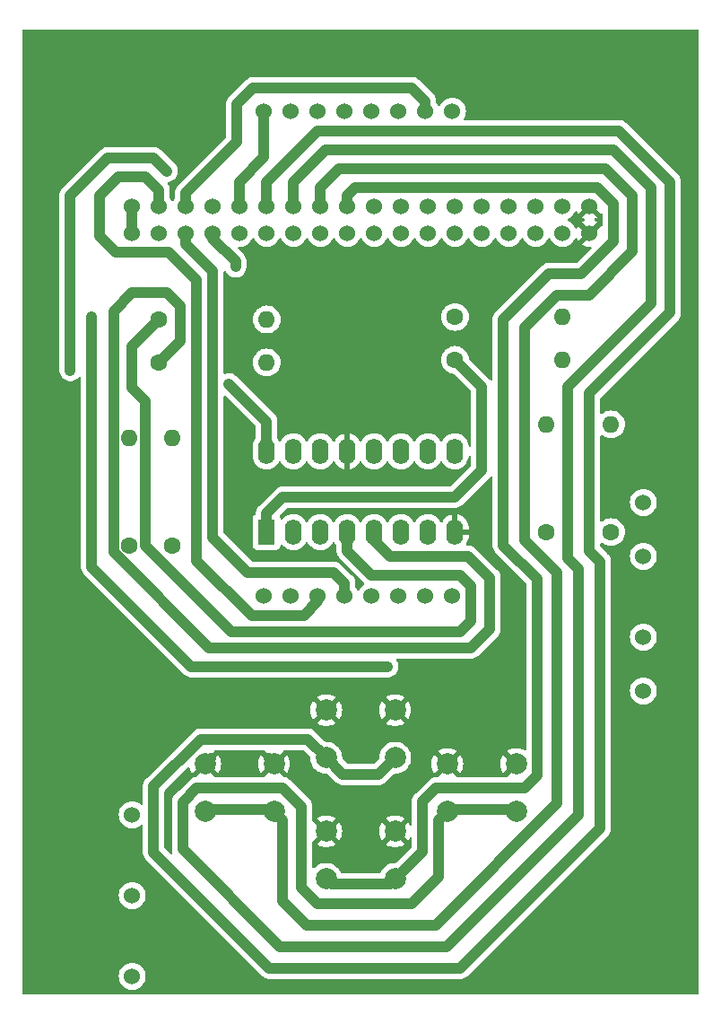
<source format=gbr>
%TF.GenerationSoftware,KiCad,Pcbnew,8.0.2-8.0.2-0~ubuntu22.04.1*%
%TF.CreationDate,2024-05-09T21:23:21-04:00*%
%TF.ProjectId,TEJ Final Project,54454a20-4669-46e6-916c-2050726f6a65,rev?*%
%TF.SameCoordinates,Original*%
%TF.FileFunction,Copper,L1,Top*%
%TF.FilePolarity,Positive*%
%FSLAX46Y46*%
G04 Gerber Fmt 4.6, Leading zero omitted, Abs format (unit mm)*
G04 Created by KiCad (PCBNEW 8.0.2-8.0.2-0~ubuntu22.04.1) date 2024-05-09 21:23:21*
%MOMM*%
%LPD*%
G01*
G04 APERTURE LIST*
%TA.AperFunction,ComponentPad*%
%ADD10C,1.600000*%
%TD*%
%TA.AperFunction,ComponentPad*%
%ADD11O,1.600000X1.600000*%
%TD*%
%TA.AperFunction,ComponentPad*%
%ADD12C,2.000000*%
%TD*%
%TA.AperFunction,ComponentPad*%
%ADD13R,1.600000X2.400000*%
%TD*%
%TA.AperFunction,ComponentPad*%
%ADD14O,1.600000X2.400000*%
%TD*%
%TA.AperFunction,ComponentPad*%
%ADD15C,1.524000*%
%TD*%
%TA.AperFunction,ViaPad*%
%ADD16C,0.600000*%
%TD*%
%TA.AperFunction,Conductor*%
%ADD17C,1.000000*%
%TD*%
G04 APERTURE END LIST*
D10*
%TO.P,R5,1*%
%TO.N,Net-(U1-QE)*%
X129540000Y-72658000D03*
D11*
%TO.P,R5,2*%
%TO.N,Net-(LED_Matrix_8x1-R5)*%
X139700000Y-72658000D03*
%TD*%
D12*
%TO.P,SW4,1,1*%
%TO.N,Net-(U1-GND)*%
X145320000Y-120940000D03*
X151820000Y-120940000D03*
%TO.P,SW4,2,2*%
%TO.N,Net-(Arduino_Mega1-Pad37)*%
X145320000Y-125440000D03*
X151820000Y-125440000D03*
%TD*%
D13*
%TO.P,U1,1,QB*%
%TO.N,Net-(U1-QB)*%
X139680000Y-92710000D03*
D14*
%TO.P,U1,2,QC*%
%TO.N,Net-(U1-QC)*%
X142220000Y-92710000D03*
%TO.P,U1,3,QD*%
%TO.N,Net-(U1-QD)*%
X144760000Y-92710000D03*
%TO.P,U1,4,QE*%
%TO.N,Net-(U1-QE)*%
X147300000Y-92710000D03*
%TO.P,U1,5,QF*%
%TO.N,Net-(U1-QF)*%
X149840000Y-92710000D03*
%TO.P,U1,6,QG*%
%TO.N,Net-(U1-QG)*%
X152380000Y-92710000D03*
%TO.P,U1,7,QH*%
%TO.N,Net-(U1-QH)*%
X154920000Y-92710000D03*
%TO.P,U1,8,GND*%
%TO.N,Net-(U1-GND)*%
X157460000Y-92710000D03*
%TO.P,U1,9,QH'*%
%TO.N,unconnected-(U1-QH'-Pad9)*%
X157460000Y-85090000D03*
%TO.P,U1,10,~{SRCLR}*%
%TO.N,unconnected-(U1-~{SRCLR}-Pad10)*%
X154920000Y-85090000D03*
%TO.P,U1,11,SRCLK*%
%TO.N,Net-(U1-SRCLK)*%
X152380000Y-85090000D03*
%TO.P,U1,12,RCLK*%
%TO.N,Net-(U1-RCLK)*%
X149840000Y-85090000D03*
%TO.P,U1,13,~{OE}*%
%TO.N,Net-(U1-GND)*%
X147300000Y-85090000D03*
%TO.P,U1,14,SER*%
%TO.N,Net-(U1-SER)*%
X144760000Y-85090000D03*
%TO.P,U1,15,QA*%
%TO.N,Net-(U1-QA)*%
X142220000Y-85090000D03*
%TO.P,U1,16,VCC*%
%TO.N,Net-(U1-VCC)*%
X139680000Y-85090000D03*
%TD*%
D10*
%TO.P,R7,1*%
%TO.N,Net-(U1-QG)*%
X126740000Y-93980000D03*
D11*
%TO.P,R7,2*%
%TO.N,Net-(LED_Matrix_8x1-R7)*%
X126740000Y-83820000D03*
%TD*%
D10*
%TO.P,R6,1*%
%TO.N,Net-(U1-QF)*%
X129540000Y-76708000D03*
D11*
%TO.P,R6,2*%
%TO.N,Net-(LED_Matrix_8x1-R6)*%
X139700000Y-76708000D03*
%TD*%
D10*
%TO.P,R1,1*%
%TO.N,Net-(U1-QA)*%
X157480000Y-72418000D03*
D11*
%TO.P,R1,2*%
%TO.N,Net-(LED_Matrix_8x1-R1)*%
X167640000Y-72418000D03*
%TD*%
D15*
%TO.P,LED_Matrix_8x1,1,R5*%
%TO.N,Net-(LED_Matrix_8x1-R5)*%
X139453000Y-98719000D03*
%TO.P,LED_Matrix_8x1,2,R7*%
%TO.N,Net-(LED_Matrix_8x1-R7)*%
X141993000Y-98719000D03*
%TO.P,LED_Matrix_8x1,3,C2*%
%TO.N,Net-(LED_Matrix_8x1-C2)*%
X144533000Y-98719000D03*
%TO.P,LED_Matrix_8x1,4,C3*%
%TO.N,Net-(LED_Matrix_8x1-C3)*%
X147073000Y-98719000D03*
%TO.P,LED_Matrix_8x1,5,R8*%
%TO.N,Net-(LED_Matrix_8x1-R8)*%
X149613000Y-98719000D03*
%TO.P,LED_Matrix_8x1,6,C5*%
%TO.N,Net-(LED_Matrix_8x1-C5)*%
X152153000Y-98719000D03*
%TO.P,LED_Matrix_8x1,7,R6*%
%TO.N,Net-(LED_Matrix_8x1-R6)*%
X154693000Y-98719000D03*
%TO.P,LED_Matrix_8x1,8,R3*%
%TO.N,Net-(LED_Matrix_8x1-R3)*%
X157233000Y-98719000D03*
%TO.P,LED_Matrix_8x1,9,R1*%
%TO.N,Net-(LED_Matrix_8x1-R1)*%
X157233000Y-52999000D03*
%TO.P,LED_Matrix_8x1,10,C4*%
%TO.N,Net-(LED_Matrix_8x1-C4)*%
X154693000Y-52999000D03*
%TO.P,LED_Matrix_8x1,11,C6*%
%TO.N,Net-(LED_Matrix_8x1-C6)*%
X152153000Y-52999000D03*
%TO.P,LED_Matrix_8x1,12,R4*%
%TO.N,Net-(LED_Matrix_8x1-R4)*%
X149613000Y-52999000D03*
%TO.P,LED_Matrix_8x1,13,C1*%
%TO.N,Net-(LED_Matrix_8x1-C1)*%
X147073000Y-52999000D03*
%TO.P,LED_Matrix_8x1,14,R2*%
%TO.N,Net-(LED_Matrix_8x1-R2)*%
X144533000Y-52999000D03*
%TO.P,LED_Matrix_8x1,15,C7*%
%TO.N,Net-(LED_Matrix_8x1-C7)*%
X141993000Y-52999000D03*
%TO.P,LED_Matrix_8x1,16,C8*%
%TO.N,Net-(LED_Matrix_8x1-C8)*%
X139453000Y-52999000D03*
%TD*%
D10*
%TO.P,R8,1*%
%TO.N,Net-(U1-QH)*%
X130790000Y-93980000D03*
D11*
%TO.P,R8,2*%
%TO.N,Net-(LED_Matrix_8x1-R8)*%
X130790000Y-83820000D03*
%TD*%
D10*
%TO.P,R3,1*%
%TO.N,Net-(U1-QC)*%
X166110000Y-92710000D03*
D11*
%TO.P,R3,2*%
%TO.N,Net-(LED_Matrix_8x1-R3)*%
X166110000Y-82550000D03*
%TD*%
D15*
%TO.P,Arduino_Mega1,5V*%
%TO.N,Net-(U1-VCC)*%
X127000000Y-64516000D03*
X127000000Y-61976000D03*
%TO.P,Arduino_Mega1,22*%
%TO.N,Net-(LED_Matrix_8x1-C1)*%
X129540000Y-64516000D03*
%TO.P,Arduino_Mega1,23*%
%TO.N,Net-(LED_Matrix_8x1-C2)*%
X129540000Y-61976000D03*
%TO.P,Arduino_Mega1,24*%
%TO.N,Net-(LED_Matrix_8x1-C3)*%
X132080000Y-64516000D03*
%TO.P,Arduino_Mega1,25*%
%TO.N,Net-(LED_Matrix_8x1-C4)*%
X132080000Y-61976000D03*
%TO.P,Arduino_Mega1,26*%
%TO.N,Net-(LED_Matrix_8x1-C5)*%
X134620000Y-64516000D03*
%TO.P,Arduino_Mega1,27*%
%TO.N,Net-(LED_Matrix_8x1-C6)*%
X134620000Y-61976000D03*
%TO.P,Arduino_Mega1,28*%
%TO.N,Net-(LED_Matrix_8x1-C7)*%
X137160000Y-64516000D03*
%TO.P,Arduino_Mega1,29*%
%TO.N,Net-(LED_Matrix_8x1-C8)*%
X137160000Y-61976000D03*
%TO.P,Arduino_Mega1,30*%
%TO.N,Net-(U1-SER)*%
X139700000Y-64516000D03*
%TO.P,Arduino_Mega1,31*%
%TO.N,Net-(Arduino_Mega1-Pad31)*%
X139700000Y-61976000D03*
%TO.P,Arduino_Mega1,32*%
%TO.N,Net-(U1-SRCLK)*%
X142240000Y-64516000D03*
%TO.P,Arduino_Mega1,33*%
%TO.N,Net-(Arduino_Mega1-Pad33)*%
X142240000Y-61976000D03*
%TO.P,Arduino_Mega1,34*%
%TO.N,Net-(U1-RCLK)*%
X144780000Y-64516000D03*
%TO.P,Arduino_Mega1,35*%
%TO.N,Net-(Arduino_Mega1-Pad35)*%
X144780000Y-61976000D03*
%TO.P,Arduino_Mega1,36*%
%TO.N,unconnected-(Arduino_Mega1-Pad36)*%
X147320000Y-64516000D03*
%TO.P,Arduino_Mega1,37*%
%TO.N,Net-(Arduino_Mega1-Pad37)*%
X147320000Y-61976000D03*
%TO.P,Arduino_Mega1,38*%
%TO.N,unconnected-(Arduino_Mega1-Pad38)*%
X149860000Y-64516000D03*
%TO.P,Arduino_Mega1,39*%
%TO.N,unconnected-(Arduino_Mega1-Pad39)*%
X149860000Y-61976000D03*
%TO.P,Arduino_Mega1,40*%
%TO.N,unconnected-(Arduino_Mega1-Pad40)*%
X152400000Y-64516000D03*
%TO.P,Arduino_Mega1,41*%
%TO.N,unconnected-(Arduino_Mega1-Pad41)*%
X152400000Y-61976000D03*
%TO.P,Arduino_Mega1,42*%
%TO.N,unconnected-(Arduino_Mega1-Pad42)*%
X154940000Y-64516000D03*
%TO.P,Arduino_Mega1,43*%
%TO.N,unconnected-(Arduino_Mega1-Pad43)*%
X154940000Y-61976000D03*
%TO.P,Arduino_Mega1,44*%
%TO.N,unconnected-(Arduino_Mega1-Pad44)*%
X157480000Y-64516000D03*
%TO.P,Arduino_Mega1,45*%
%TO.N,unconnected-(Arduino_Mega1-Pad45)*%
X157480000Y-61976000D03*
%TO.P,Arduino_Mega1,46*%
%TO.N,unconnected-(Arduino_Mega1-Pad46)*%
X160020000Y-64516000D03*
%TO.P,Arduino_Mega1,47*%
%TO.N,unconnected-(Arduino_Mega1-Pad47)*%
X160020000Y-61976000D03*
%TO.P,Arduino_Mega1,48*%
%TO.N,unconnected-(Arduino_Mega1-Pad48)*%
X162560000Y-64516000D03*
%TO.P,Arduino_Mega1,49*%
%TO.N,unconnected-(Arduino_Mega1-Pad49)*%
X162560000Y-61976000D03*
%TO.P,Arduino_Mega1,50*%
%TO.N,unconnected-(Arduino_Mega1-Pad50)*%
X165100000Y-64516000D03*
%TO.P,Arduino_Mega1,51*%
%TO.N,unconnected-(Arduino_Mega1-Pad51)*%
X165100000Y-61976000D03*
%TO.P,Arduino_Mega1,52*%
%TO.N,unconnected-(Arduino_Mega1-Pad52)*%
X167640000Y-64516000D03*
%TO.P,Arduino_Mega1,53*%
%TO.N,unconnected-(Arduino_Mega1-Pad53)*%
X167640000Y-61976000D03*
%TO.P,Arduino_Mega1,D*%
%TO.N,unconnected-(Arduino_Mega1-PadD)_3*%
X127000000Y-134620000D03*
%TO.N,unconnected-(Arduino_Mega1-PadD)_5*%
X127000000Y-127000000D03*
%TO.N,unconnected-(Arduino_Mega1-PadD)*%
X127000000Y-119380000D03*
%TO.N,unconnected-(Arduino_Mega1-PadD)_2*%
X175260000Y-107696000D03*
%TO.N,unconnected-(Arduino_Mega1-PadD)_0*%
X175260000Y-102616000D03*
%TO.N,unconnected-(Arduino_Mega1-PadD)_1*%
X175260000Y-94996000D03*
%TO.N,unconnected-(Arduino_Mega1-PadD)_4*%
X175260000Y-89916000D03*
%TO.P,Arduino_Mega1,GND*%
%TO.N,Net-(U1-GND)*%
X170180000Y-64516000D03*
X170180000Y-61976000D03*
%TD*%
D12*
%TO.P,SW2,1,1*%
%TO.N,Net-(U1-GND)*%
X145320000Y-109510000D03*
X151820000Y-109510000D03*
%TO.P,SW2,2,2*%
%TO.N,Net-(Arduino_Mega1-Pad31)*%
X145320000Y-114010000D03*
X151820000Y-114010000D03*
%TD*%
%TO.P,SW3,1,1*%
%TO.N,Net-(U1-GND)*%
X156750000Y-114590000D03*
X163250000Y-114590000D03*
%TO.P,SW3,2,2*%
%TO.N,Net-(Arduino_Mega1-Pad33)*%
X156750000Y-119090000D03*
X163250000Y-119090000D03*
%TD*%
%TO.P,SW1,1,1*%
%TO.N,Net-(U1-GND)*%
X133890000Y-114590000D03*
X140390000Y-114590000D03*
%TO.P,SW1,2,2*%
%TO.N,Net-(Arduino_Mega1-Pad35)*%
X133890000Y-119090000D03*
X140390000Y-119090000D03*
%TD*%
D10*
%TO.P,R2,1*%
%TO.N,Net-(U1-QB)*%
X157480000Y-76468000D03*
D11*
%TO.P,R2,2*%
%TO.N,Net-(LED_Matrix_8x1-R2)*%
X167640000Y-76468000D03*
%TD*%
D10*
%TO.P,R4,1*%
%TO.N,Net-(U1-QD)*%
X172212000Y-92710000D03*
D11*
%TO.P,R4,2*%
%TO.N,Net-(LED_Matrix_8x1-R4)*%
X172212000Y-82550000D03*
%TD*%
D16*
%TO.N,Net-(LED_Matrix_8x1-C5)*%
X123190000Y-72390000D03*
X136779000Y-67691000D03*
X151130000Y-105410000D03*
%TO.N,Net-(U1-GND)*%
X121158000Y-80264000D03*
X136144000Y-81026000D03*
%TO.N,Net-(U1-VCC)*%
X121158000Y-77470000D03*
X136144000Y-78740000D03*
X130302000Y-58674000D03*
%TD*%
D17*
%TO.N,Net-(LED_Matrix_8x1-C5)*%
X134620000Y-65024000D02*
X134620000Y-64516000D01*
X136779000Y-67691000D02*
X136779000Y-67183000D01*
X136779000Y-67183000D02*
X134620000Y-65024000D01*
X123190000Y-96012000D02*
X132588000Y-105410000D01*
X123190000Y-72390000D02*
X123190000Y-96012000D01*
X132588000Y-105410000D02*
X151130000Y-105410000D01*
%TO.N,Net-(LED_Matrix_8x1-C2)*%
X128270000Y-59182000D02*
X129540000Y-60452000D01*
X133096000Y-95407321D02*
X133096000Y-68961000D01*
X123952000Y-64770000D02*
X123952000Y-60960000D01*
X123952000Y-60960000D02*
X125730000Y-59182000D01*
X133096000Y-68961000D02*
X130429000Y-66294000D01*
X125730000Y-59182000D02*
X128270000Y-59182000D01*
X129540000Y-60452000D02*
X129540000Y-61976000D01*
X125476000Y-66294000D02*
X123952000Y-64770000D01*
X143216000Y-100584000D02*
X138272679Y-100584000D01*
X130429000Y-66294000D02*
X125476000Y-66294000D01*
X144533000Y-98719000D02*
X144533000Y-99267000D01*
X138272679Y-100584000D02*
X133096000Y-95407321D01*
X144533000Y-99267000D02*
X143216000Y-100584000D01*
%TO.N,Net-(Arduino_Mega1-Pad33)*%
X168148000Y-78994000D02*
X168148000Y-95169056D01*
X169164000Y-96185056D02*
X169164000Y-119380000D01*
X156968000Y-118872000D02*
X163032000Y-118872000D01*
X143002000Y-126238000D02*
X144526000Y-127762000D01*
X142240000Y-59670000D02*
X145268000Y-56642000D01*
X131756000Y-118180000D02*
X133096000Y-116840000D01*
X142240000Y-61976000D02*
X142240000Y-59670000D01*
X144526000Y-127762000D02*
X153416000Y-127762000D01*
X140970000Y-131826000D02*
X131756000Y-122612000D01*
X156718000Y-131826000D02*
X140970000Y-131826000D01*
X176022000Y-60198000D02*
X176022000Y-71120000D01*
X169164000Y-119380000D02*
X156718000Y-131826000D01*
X143002000Y-118618000D02*
X143002000Y-126238000D01*
X172466000Y-56642000D02*
X176022000Y-60198000D01*
X145268000Y-56642000D02*
X172466000Y-56642000D01*
X156750000Y-119090000D02*
X156968000Y-118872000D01*
X153416000Y-127762000D02*
X155956000Y-125222000D01*
X133096000Y-116840000D02*
X141224000Y-116840000D01*
X168148000Y-95169056D02*
X169164000Y-96185056D01*
X155956000Y-125222000D02*
X155956000Y-119884000D01*
X155956000Y-119884000D02*
X156750000Y-119090000D01*
X141224000Y-116840000D02*
X143002000Y-118618000D01*
X176022000Y-71120000D02*
X168148000Y-78994000D01*
X163032000Y-118872000D02*
X163250000Y-119090000D01*
X131756000Y-122612000D02*
X131756000Y-118180000D01*
%TO.N,Net-(LED_Matrix_8x1-C3)*%
X146050000Y-96520000D02*
X147073000Y-97543000D01*
X137922000Y-96520000D02*
X146050000Y-96520000D01*
X134620000Y-93218000D02*
X137922000Y-96520000D01*
X132080000Y-65532000D02*
X134620000Y-68072000D01*
X132080000Y-64516000D02*
X132080000Y-65532000D01*
X147073000Y-97543000D02*
X147073000Y-98719000D01*
X134620000Y-68072000D02*
X134620000Y-93218000D01*
%TO.N,Net-(Arduino_Mega1-Pad37)*%
X151320000Y-125940000D02*
X151820000Y-125440000D01*
X162052000Y-72644000D02*
X162052000Y-93980000D01*
X147320000Y-61976000D02*
X147320000Y-60960000D01*
X148082000Y-60198000D02*
X170942000Y-60198000D01*
X164080472Y-116843528D02*
X155698472Y-116843528D01*
X169418000Y-68326000D02*
X166370000Y-68326000D01*
X165240000Y-97168000D02*
X165240000Y-115684000D01*
X162052000Y-93980000D02*
X165240000Y-97168000D01*
X172466000Y-65278000D02*
X169418000Y-68326000D01*
X155698472Y-116843528D02*
X154432000Y-118110000D01*
X145320000Y-125440000D02*
X145820000Y-125940000D01*
X172466000Y-61722000D02*
X172466000Y-65278000D01*
X154432000Y-118110000D02*
X154432000Y-122828000D01*
X154432000Y-122828000D02*
X151820000Y-125440000D01*
X145820000Y-125940000D02*
X151320000Y-125940000D01*
X147320000Y-60960000D02*
X148082000Y-60198000D01*
X166370000Y-68326000D02*
X162052000Y-72644000D01*
X170942000Y-60198000D02*
X172466000Y-61722000D01*
X165240000Y-115684000D02*
X164080472Y-116843528D01*
%TO.N,Net-(LED_Matrix_8x1-C4)*%
X136906000Y-55880000D02*
X132080000Y-60706000D01*
X154693000Y-52999000D02*
X154693000Y-52077000D01*
X153416000Y-50800000D02*
X138430000Y-50800000D01*
X138430000Y-50800000D02*
X136906000Y-52324000D01*
X136906000Y-52324000D02*
X136906000Y-55880000D01*
X154693000Y-52077000D02*
X153416000Y-50800000D01*
X132080000Y-60706000D02*
X132080000Y-61976000D01*
%TO.N,Net-(U1-GND)*%
X133890000Y-114590000D02*
X134390000Y-114090000D01*
X121158000Y-80264000D02*
X121158000Y-80518000D01*
X139890000Y-114090000D02*
X140390000Y-114590000D01*
X140390000Y-114590000D02*
X140390000Y-114440000D01*
X136144000Y-81280000D02*
X136144000Y-81026000D01*
%TO.N,Net-(LED_Matrix_8x1-C8)*%
X139453000Y-57377000D02*
X137160000Y-59670000D01*
X137160000Y-59670000D02*
X137160000Y-61976000D01*
X139453000Y-52999000D02*
X139453000Y-57377000D01*
%TO.N,Net-(Arduino_Mega1-Pad35)*%
X141224000Y-127508000D02*
X141224000Y-119924000D01*
X144780000Y-61976000D02*
X144780000Y-60198000D01*
X144780000Y-60198000D02*
X146558000Y-58420000D01*
X141224000Y-119924000D02*
X140390000Y-119090000D01*
X164084000Y-93472000D02*
X167132000Y-96520000D01*
X167112000Y-70358000D02*
X164084000Y-73386000D01*
X171704000Y-58420000D02*
X174244000Y-60960000D01*
X167132000Y-96520000D02*
X167132000Y-118297457D01*
X155635457Y-129794000D02*
X143510000Y-129794000D01*
X167132000Y-118297457D02*
X155635457Y-129794000D01*
X140172000Y-118872000D02*
X140390000Y-119090000D01*
X164084000Y-73386000D02*
X164084000Y-93472000D01*
X133890000Y-119090000D02*
X134108000Y-118872000D01*
X170103623Y-70358000D02*
X167112000Y-70358000D01*
X174244000Y-60960000D02*
X174244000Y-66217623D01*
X134108000Y-118872000D02*
X140172000Y-118872000D01*
X143510000Y-129794000D02*
X141224000Y-127508000D01*
X174244000Y-66217623D02*
X170103623Y-70358000D01*
X146558000Y-58420000D02*
X171704000Y-58420000D01*
%TO.N,Net-(U1-QB)*%
X157480000Y-76468000D02*
X160020000Y-79008000D01*
X160020000Y-79008000D02*
X160020000Y-86868000D01*
X157480000Y-89408000D02*
X141224000Y-89408000D01*
X141224000Y-89408000D02*
X139680000Y-90952000D01*
X160020000Y-86868000D02*
X157480000Y-89408000D01*
X139680000Y-90952000D02*
X139680000Y-92710000D01*
%TO.N,Net-(U1-QE)*%
X127000000Y-79121000D02*
X128250000Y-80371000D01*
X157988000Y-96774000D02*
X149606000Y-96774000D01*
X136378000Y-102108000D02*
X157988000Y-102108000D01*
X128250000Y-93980000D02*
X136378000Y-102108000D01*
X149606000Y-96774000D02*
X147300000Y-94468000D01*
X157988000Y-102108000D02*
X159004000Y-101092000D01*
X159004000Y-101092000D02*
X159004000Y-97790000D01*
X159004000Y-97790000D02*
X157988000Y-96774000D01*
X128250000Y-80371000D02*
X128250000Y-93980000D01*
X129540000Y-72658000D02*
X127000000Y-75198000D01*
X127000000Y-75198000D02*
X127000000Y-79121000D01*
X147300000Y-94468000D02*
X147300000Y-92710000D01*
%TO.N,Net-(U1-QF)*%
X130302000Y-70104000D02*
X131572000Y-71374000D01*
X134270679Y-103632000D02*
X125240000Y-94601321D01*
X149840000Y-92710000D02*
X149840000Y-93452000D01*
X159004000Y-103632000D02*
X134270679Y-103632000D01*
X125240000Y-71864000D02*
X127000000Y-70104000D01*
X131572000Y-74676000D02*
X129540000Y-76708000D01*
X131572000Y-71374000D02*
X131572000Y-74676000D01*
X158750000Y-94996000D02*
X160782000Y-97028000D01*
X127000000Y-70104000D02*
X130302000Y-70104000D01*
X151384000Y-94996000D02*
X158750000Y-94996000D01*
X149840000Y-93452000D02*
X151384000Y-94996000D01*
X160782000Y-97028000D02*
X160782000Y-101854000D01*
X160782000Y-101854000D02*
X159004000Y-103632000D01*
X125240000Y-94601321D02*
X125240000Y-71864000D01*
%TO.N,Net-(U1-VCC)*%
X124714000Y-57404000D02*
X129032000Y-57404000D01*
X121158000Y-60960000D02*
X124714000Y-57404000D01*
X127000000Y-61976000D02*
X127000000Y-64516000D01*
X139700000Y-85070000D02*
X139680000Y-85090000D01*
X139700000Y-82296000D02*
X139700000Y-85070000D01*
X129032000Y-57404000D02*
X130302000Y-58674000D01*
X121158000Y-77470000D02*
X121158000Y-60960000D01*
X136144000Y-78740000D02*
X139700000Y-82296000D01*
%TO.N,Net-(Arduino_Mega1-Pad31)*%
X143578000Y-112268000D02*
X145320000Y-114010000D01*
X139954000Y-133858000D02*
X129032000Y-122936000D01*
X177800000Y-72009000D02*
X170180000Y-79629000D01*
X139700000Y-59670000D02*
X144506000Y-54864000D01*
X170180000Y-94488000D02*
X171196000Y-95504000D01*
X157988000Y-133858000D02*
X139954000Y-133858000D01*
X146880000Y-115570000D02*
X150260000Y-115570000D01*
X171196000Y-95504000D02*
X171196000Y-120650000D01*
X171196000Y-120650000D02*
X157988000Y-133858000D01*
X133451918Y-112268000D02*
X143578000Y-112268000D01*
X150260000Y-115570000D02*
X151820000Y-114010000D01*
X129032000Y-122936000D02*
X129032000Y-116687918D01*
X129032000Y-116687918D02*
X133451918Y-112268000D01*
X177800000Y-59690000D02*
X177800000Y-72009000D01*
X172974000Y-54864000D02*
X177800000Y-59690000D01*
X170180000Y-79629000D02*
X170180000Y-94488000D01*
X145320000Y-114010000D02*
X146880000Y-115570000D01*
X144506000Y-54864000D02*
X172974000Y-54864000D01*
X139700000Y-61976000D02*
X139700000Y-59670000D01*
%TD*%
%TA.AperFunction,Conductor*%
%TO.N,Net-(U1-GND)*%
G36*
X133377482Y-114802292D02*
G01*
X133449890Y-114927708D01*
X133552292Y-115030110D01*
X133677708Y-115102518D01*
X133719765Y-115113787D01*
X133029985Y-115803565D01*
X132968662Y-115837050D01*
X132966496Y-115837501D01*
X132801836Y-115870254D01*
X132801830Y-115870256D01*
X132618298Y-115946277D01*
X132618289Y-115946282D01*
X132453119Y-116056646D01*
X132453115Y-116056649D01*
X131440434Y-117069332D01*
X131113119Y-117396647D01*
X131042882Y-117466884D01*
X130972645Y-117537120D01*
X130862282Y-117702289D01*
X130862277Y-117702298D01*
X130786256Y-117885830D01*
X130786254Y-117885838D01*
X130747500Y-118080666D01*
X130747500Y-122711333D01*
X130786254Y-122906160D01*
X130786254Y-122906163D01*
X130800736Y-122941125D01*
X130808204Y-123010595D01*
X130776928Y-123073074D01*
X130716839Y-123108726D01*
X130647014Y-123106231D01*
X130598493Y-123076258D01*
X130076819Y-122554584D01*
X130043334Y-122493261D01*
X130040500Y-122466903D01*
X130040500Y-117157013D01*
X130060185Y-117089974D01*
X130076814Y-117069337D01*
X132231482Y-114914669D01*
X132292801Y-114881187D01*
X132362493Y-114886171D01*
X132418426Y-114928043D01*
X132439365Y-114971913D01*
X132466411Y-115078716D01*
X132566266Y-115306364D01*
X132666564Y-115459882D01*
X133366212Y-114760233D01*
X133377482Y-114802292D01*
G37*
%TD.AperFunction*%
%TA.AperFunction,Conductor*%
G36*
X139460624Y-113296185D02*
G01*
X139506379Y-113348989D01*
X139507251Y-113353699D01*
X140219765Y-114066212D01*
X140177708Y-114077482D01*
X140052292Y-114149890D01*
X139949890Y-114252292D01*
X139877482Y-114377708D01*
X139866212Y-114419764D01*
X139166564Y-113720116D01*
X139066267Y-113873632D01*
X138966412Y-114101282D01*
X138905387Y-114342261D01*
X138905385Y-114342270D01*
X138884859Y-114589994D01*
X138884859Y-114590005D01*
X138905385Y-114837729D01*
X138905387Y-114837738D01*
X138966412Y-115078717D01*
X139066266Y-115306364D01*
X139166564Y-115459882D01*
X139866212Y-114760234D01*
X139877482Y-114802292D01*
X139949890Y-114927708D01*
X140052292Y-115030110D01*
X140177708Y-115102518D01*
X140219765Y-115113787D01*
X139538370Y-115795181D01*
X139477047Y-115828666D01*
X139450689Y-115831500D01*
X134829309Y-115831500D01*
X134762270Y-115811815D01*
X134741628Y-115795181D01*
X134060234Y-115113787D01*
X134102292Y-115102518D01*
X134227708Y-115030110D01*
X134330110Y-114927708D01*
X134402518Y-114802292D01*
X134413787Y-114760235D01*
X135113434Y-115459882D01*
X135213731Y-115306369D01*
X135313587Y-115078717D01*
X135374612Y-114837738D01*
X135374614Y-114837729D01*
X135395141Y-114590005D01*
X135395141Y-114589994D01*
X135374614Y-114342270D01*
X135374612Y-114342261D01*
X135313587Y-114101282D01*
X135213731Y-113873630D01*
X135113434Y-113720116D01*
X134413787Y-114419764D01*
X134402518Y-114377708D01*
X134330110Y-114252292D01*
X134227708Y-114149890D01*
X134102292Y-114077482D01*
X134060233Y-114066212D01*
X134775716Y-113350730D01*
X134778144Y-113340056D01*
X134828010Y-113291116D01*
X134886414Y-113276500D01*
X139393585Y-113276500D01*
X139460624Y-113296185D01*
G37*
%TD.AperFunction*%
%TA.AperFunction,Conductor*%
G36*
X135833703Y-79856383D02*
G01*
X135840181Y-79862415D01*
X138655181Y-82677415D01*
X138688666Y-82738738D01*
X138691500Y-82765096D01*
X138691500Y-83784110D01*
X138671815Y-83851149D01*
X138667818Y-83856995D01*
X138560873Y-84004193D01*
X138467367Y-84187705D01*
X138403719Y-84383591D01*
X138371500Y-84587019D01*
X138371500Y-85592980D01*
X138403719Y-85796408D01*
X138467367Y-85992294D01*
X138560873Y-86175806D01*
X138681926Y-86342423D01*
X138681930Y-86342428D01*
X138827571Y-86488069D01*
X138827576Y-86488073D01*
X138972908Y-86593661D01*
X138994197Y-86609129D01*
X139111128Y-86668709D01*
X139177705Y-86702632D01*
X139177707Y-86702632D01*
X139177710Y-86702634D01*
X139282707Y-86736749D01*
X139373591Y-86766280D01*
X139475305Y-86782390D01*
X139577019Y-86798500D01*
X139577020Y-86798500D01*
X139782980Y-86798500D01*
X139782981Y-86798500D01*
X139986408Y-86766280D01*
X140182290Y-86702634D01*
X140365803Y-86609129D01*
X140532430Y-86488068D01*
X140678068Y-86342430D01*
X140799129Y-86175803D01*
X140839515Y-86096540D01*
X140887490Y-86045745D01*
X140955311Y-86028950D01*
X141021446Y-86051487D01*
X141060485Y-86096541D01*
X141100873Y-86175806D01*
X141221926Y-86342423D01*
X141221930Y-86342428D01*
X141367571Y-86488069D01*
X141367576Y-86488073D01*
X141512908Y-86593661D01*
X141534197Y-86609129D01*
X141651128Y-86668709D01*
X141717705Y-86702632D01*
X141717707Y-86702632D01*
X141717710Y-86702634D01*
X141822707Y-86736749D01*
X141913591Y-86766280D01*
X142015305Y-86782390D01*
X142117019Y-86798500D01*
X142117020Y-86798500D01*
X142322980Y-86798500D01*
X142322981Y-86798500D01*
X142526408Y-86766280D01*
X142722290Y-86702634D01*
X142905803Y-86609129D01*
X143072430Y-86488068D01*
X143218068Y-86342430D01*
X143339129Y-86175803D01*
X143379515Y-86096540D01*
X143427490Y-86045745D01*
X143495311Y-86028950D01*
X143561446Y-86051487D01*
X143600485Y-86096541D01*
X143640873Y-86175806D01*
X143761926Y-86342423D01*
X143761930Y-86342428D01*
X143907571Y-86488069D01*
X143907576Y-86488073D01*
X144052908Y-86593661D01*
X144074197Y-86609129D01*
X144191128Y-86668709D01*
X144257705Y-86702632D01*
X144257707Y-86702632D01*
X144257710Y-86702634D01*
X144362707Y-86736749D01*
X144453591Y-86766280D01*
X144555305Y-86782390D01*
X144657019Y-86798500D01*
X144657020Y-86798500D01*
X144862980Y-86798500D01*
X144862981Y-86798500D01*
X145066408Y-86766280D01*
X145262290Y-86702634D01*
X145445803Y-86609129D01*
X145612430Y-86488068D01*
X145758068Y-86342430D01*
X145879129Y-86175803D01*
X145924284Y-86087180D01*
X145972258Y-86036384D01*
X146040079Y-86019589D01*
X146106214Y-86042126D01*
X146145254Y-86087180D01*
X146188140Y-86171349D01*
X146308417Y-86336894D01*
X146308417Y-86336895D01*
X146453104Y-86481582D01*
X146618650Y-86601859D01*
X146800968Y-86694754D01*
X146995578Y-86757988D01*
X147050000Y-86766607D01*
X147050000Y-85405686D01*
X147054394Y-85410080D01*
X147145606Y-85462741D01*
X147247339Y-85490000D01*
X147352661Y-85490000D01*
X147454394Y-85462741D01*
X147545606Y-85410080D01*
X147550000Y-85405686D01*
X147550000Y-86766606D01*
X147604421Y-86757988D01*
X147799031Y-86694754D01*
X147981349Y-86601859D01*
X148146894Y-86481582D01*
X148146895Y-86481582D01*
X148291582Y-86336895D01*
X148291582Y-86336894D01*
X148411861Y-86171347D01*
X148454745Y-86087181D01*
X148502718Y-86036385D01*
X148570539Y-86019589D01*
X148636674Y-86042126D01*
X148675715Y-86087180D01*
X148720873Y-86175806D01*
X148841926Y-86342423D01*
X148841930Y-86342428D01*
X148987571Y-86488069D01*
X148987576Y-86488073D01*
X149132908Y-86593661D01*
X149154197Y-86609129D01*
X149271128Y-86668709D01*
X149337705Y-86702632D01*
X149337707Y-86702632D01*
X149337710Y-86702634D01*
X149442707Y-86736749D01*
X149533591Y-86766280D01*
X149635305Y-86782390D01*
X149737019Y-86798500D01*
X149737020Y-86798500D01*
X149942980Y-86798500D01*
X149942981Y-86798500D01*
X150146408Y-86766280D01*
X150342290Y-86702634D01*
X150525803Y-86609129D01*
X150692430Y-86488068D01*
X150838068Y-86342430D01*
X150959129Y-86175803D01*
X150999515Y-86096540D01*
X151047490Y-86045745D01*
X151115311Y-86028950D01*
X151181446Y-86051487D01*
X151220485Y-86096541D01*
X151260873Y-86175806D01*
X151381926Y-86342423D01*
X151381930Y-86342428D01*
X151527571Y-86488069D01*
X151527576Y-86488073D01*
X151672908Y-86593661D01*
X151694197Y-86609129D01*
X151811128Y-86668709D01*
X151877705Y-86702632D01*
X151877707Y-86702632D01*
X151877710Y-86702634D01*
X151982707Y-86736749D01*
X152073591Y-86766280D01*
X152175305Y-86782390D01*
X152277019Y-86798500D01*
X152277020Y-86798500D01*
X152482980Y-86798500D01*
X152482981Y-86798500D01*
X152686408Y-86766280D01*
X152882290Y-86702634D01*
X153065803Y-86609129D01*
X153232430Y-86488068D01*
X153378068Y-86342430D01*
X153499129Y-86175803D01*
X153539515Y-86096540D01*
X153587490Y-86045745D01*
X153655311Y-86028950D01*
X153721446Y-86051487D01*
X153760485Y-86096541D01*
X153800873Y-86175806D01*
X153921926Y-86342423D01*
X153921930Y-86342428D01*
X154067571Y-86488069D01*
X154067576Y-86488073D01*
X154212908Y-86593661D01*
X154234197Y-86609129D01*
X154351128Y-86668709D01*
X154417705Y-86702632D01*
X154417707Y-86702632D01*
X154417710Y-86702634D01*
X154522707Y-86736749D01*
X154613591Y-86766280D01*
X154715305Y-86782390D01*
X154817019Y-86798500D01*
X154817020Y-86798500D01*
X155022980Y-86798500D01*
X155022981Y-86798500D01*
X155226408Y-86766280D01*
X155422290Y-86702634D01*
X155605803Y-86609129D01*
X155772430Y-86488068D01*
X155918068Y-86342430D01*
X156039129Y-86175803D01*
X156079515Y-86096540D01*
X156127490Y-86045745D01*
X156195311Y-86028950D01*
X156261446Y-86051487D01*
X156300485Y-86096541D01*
X156340873Y-86175806D01*
X156461926Y-86342423D01*
X156461930Y-86342428D01*
X156607571Y-86488069D01*
X156607576Y-86488073D01*
X156752908Y-86593661D01*
X156774197Y-86609129D01*
X156891128Y-86668709D01*
X156957705Y-86702632D01*
X156957707Y-86702632D01*
X156957710Y-86702634D01*
X157062707Y-86736749D01*
X157153591Y-86766280D01*
X157255305Y-86782390D01*
X157357019Y-86798500D01*
X157357020Y-86798500D01*
X157562980Y-86798500D01*
X157562981Y-86798500D01*
X157766408Y-86766280D01*
X157962290Y-86702634D01*
X158145803Y-86609129D01*
X158312430Y-86488068D01*
X158458068Y-86342430D01*
X158579129Y-86175803D01*
X158672634Y-85992290D01*
X158736280Y-85796408D01*
X158765027Y-85614906D01*
X158794956Y-85551772D01*
X158854268Y-85514841D01*
X158924130Y-85515839D01*
X158982363Y-85554449D01*
X159010477Y-85618412D01*
X159011500Y-85634305D01*
X159011500Y-86398904D01*
X158991815Y-86465943D01*
X158975181Y-86486585D01*
X157098585Y-88363181D01*
X157037262Y-88396666D01*
X157010904Y-88399500D01*
X141124666Y-88399500D01*
X140929838Y-88438253D01*
X140929838Y-88438254D01*
X140929835Y-88438255D01*
X140929831Y-88438256D01*
X140853809Y-88469745D01*
X140853807Y-88469745D01*
X140746294Y-88514278D01*
X140581123Y-88624642D01*
X140581115Y-88624648D01*
X139289769Y-89915997D01*
X139037119Y-90168647D01*
X138966882Y-90238884D01*
X138896645Y-90309120D01*
X138786282Y-90474289D01*
X138786277Y-90474298D01*
X138710256Y-90657830D01*
X138710254Y-90657838D01*
X138671500Y-90852666D01*
X138671500Y-90968816D01*
X138651815Y-91035855D01*
X138621811Y-91068082D01*
X138582692Y-91097367D01*
X138516739Y-91146739D01*
X138429111Y-91263795D01*
X138378011Y-91400795D01*
X138378011Y-91400797D01*
X138371500Y-91461345D01*
X138371500Y-93958654D01*
X138378011Y-94019202D01*
X138378011Y-94019204D01*
X138429111Y-94156204D01*
X138516739Y-94273261D01*
X138633796Y-94360889D01*
X138770799Y-94411989D01*
X138798050Y-94414918D01*
X138831345Y-94418499D01*
X138831362Y-94418500D01*
X140528638Y-94418500D01*
X140528654Y-94418499D01*
X140555692Y-94415591D01*
X140589201Y-94411989D01*
X140726204Y-94360889D01*
X140843261Y-94273261D01*
X140930889Y-94156204D01*
X140979358Y-94026256D01*
X140981987Y-94019207D01*
X140981987Y-94019206D01*
X140981989Y-94019201D01*
X140983827Y-94002103D01*
X141010564Y-93937555D01*
X141067957Y-93897707D01*
X141137782Y-93895213D01*
X141197871Y-93930865D01*
X141207435Y-93942477D01*
X141221928Y-93962426D01*
X141367571Y-94108069D01*
X141367576Y-94108073D01*
X141505235Y-94208087D01*
X141534197Y-94229129D01*
X141620809Y-94273260D01*
X141717705Y-94322632D01*
X141717707Y-94322632D01*
X141717710Y-94322634D01*
X141822707Y-94356749D01*
X141913591Y-94386280D01*
X142015305Y-94402390D01*
X142117019Y-94418500D01*
X142117020Y-94418500D01*
X142322980Y-94418500D01*
X142322981Y-94418500D01*
X142526408Y-94386280D01*
X142722290Y-94322634D01*
X142905803Y-94229129D01*
X143072430Y-94108068D01*
X143218068Y-93962430D01*
X143339129Y-93795803D01*
X143379515Y-93716540D01*
X143427490Y-93665745D01*
X143495311Y-93648950D01*
X143561446Y-93671487D01*
X143600484Y-93716540D01*
X143640719Y-93795505D01*
X143640873Y-93795806D01*
X143761926Y-93962423D01*
X143761930Y-93962428D01*
X143907571Y-94108069D01*
X143907576Y-94108073D01*
X144045235Y-94208087D01*
X144074197Y-94229129D01*
X144160809Y-94273260D01*
X144257705Y-94322632D01*
X144257707Y-94322632D01*
X144257710Y-94322634D01*
X144362707Y-94356749D01*
X144453591Y-94386280D01*
X144555305Y-94402390D01*
X144657019Y-94418500D01*
X144657020Y-94418500D01*
X144862980Y-94418500D01*
X144862981Y-94418500D01*
X145066408Y-94386280D01*
X145262290Y-94322634D01*
X145445803Y-94229129D01*
X145612430Y-94108068D01*
X145758068Y-93962430D01*
X145879129Y-93795803D01*
X145919515Y-93716540D01*
X145967490Y-93665745D01*
X146035311Y-93648950D01*
X146101446Y-93671487D01*
X146140484Y-93716540D01*
X146180871Y-93795803D01*
X146267819Y-93915476D01*
X146291298Y-93981280D01*
X146291500Y-93988360D01*
X146291500Y-94567333D01*
X146330254Y-94762161D01*
X146330256Y-94762169D01*
X146355992Y-94824301D01*
X146406277Y-94945701D01*
X146406282Y-94945710D01*
X146516646Y-95110880D01*
X146516649Y-95110884D01*
X148822647Y-97416881D01*
X148897269Y-97491503D01*
X148930754Y-97552826D01*
X148925770Y-97622518D01*
X148883898Y-97678451D01*
X148880712Y-97680758D01*
X148793218Y-97742022D01*
X148636023Y-97899217D01*
X148508514Y-98081319D01*
X148508512Y-98081323D01*
X148455382Y-98195261D01*
X148409209Y-98247700D01*
X148342016Y-98266852D01*
X148275135Y-98246636D01*
X148230618Y-98195261D01*
X148177488Y-98081325D01*
X148177487Y-98081323D01*
X148103925Y-97976264D01*
X148081598Y-97910057D01*
X148081500Y-97905141D01*
X148081500Y-97443670D01*
X148081499Y-97443666D01*
X148042745Y-97248838D01*
X148042744Y-97248831D01*
X147966721Y-97065296D01*
X147966720Y-97065295D01*
X147966717Y-97065289D01*
X147856354Y-96900120D01*
X147856353Y-96900119D01*
X147715881Y-96759647D01*
X147208211Y-96251977D01*
X146692884Y-95736649D01*
X146692880Y-95736646D01*
X146527710Y-95626282D01*
X146527701Y-95626277D01*
X146472298Y-95603329D01*
X146344169Y-95550256D01*
X146344161Y-95550254D01*
X146149333Y-95511500D01*
X146149329Y-95511500D01*
X138391096Y-95511500D01*
X138324057Y-95491815D01*
X138303415Y-95475181D01*
X135664819Y-92836585D01*
X135631334Y-92775262D01*
X135628500Y-92748904D01*
X135628500Y-79950096D01*
X135648185Y-79883057D01*
X135700989Y-79837302D01*
X135770147Y-79827358D01*
X135833703Y-79856383D01*
G37*
%TD.AperFunction*%
%TA.AperFunction,Conductor*%
G36*
X169760667Y-64689694D02*
G01*
X169819910Y-64792306D01*
X169903694Y-64876090D01*
X170006306Y-64935333D01*
X170091414Y-64958137D01*
X169481810Y-65567740D01*
X169546590Y-65613099D01*
X169546592Y-65613100D01*
X169746715Y-65706419D01*
X169746729Y-65706424D01*
X169960013Y-65763573D01*
X169960023Y-65763575D01*
X170179998Y-65782820D01*
X170229582Y-65778482D01*
X170298083Y-65792248D01*
X170348266Y-65840862D01*
X170364201Y-65908890D01*
X170340827Y-65974734D01*
X170328073Y-65989691D01*
X169036585Y-67281181D01*
X168975262Y-67314666D01*
X168948904Y-67317500D01*
X166270666Y-67317500D01*
X166075838Y-67356254D01*
X166075830Y-67356256D01*
X165892298Y-67432277D01*
X165892289Y-67432282D01*
X165727119Y-67542646D01*
X165727115Y-67542649D01*
X162268885Y-71000881D01*
X161409119Y-71860647D01*
X161357470Y-71912296D01*
X161268645Y-72001120D01*
X161158282Y-72166289D01*
X161158277Y-72166298D01*
X161082256Y-72349830D01*
X161082254Y-72349838D01*
X161043500Y-72544666D01*
X161043500Y-78315750D01*
X161023815Y-78382789D01*
X160971011Y-78428544D01*
X160901853Y-78438488D01*
X160838297Y-78409463D01*
X160816399Y-78384642D01*
X160803355Y-78365121D01*
X160803354Y-78365120D01*
X160753984Y-78315750D01*
X160662881Y-78224647D01*
X158814602Y-76376368D01*
X158781117Y-76315045D01*
X158778755Y-76299493D01*
X158775191Y-76258757D01*
X158773543Y-76239913D01*
X158714284Y-76018757D01*
X158617523Y-75811251D01*
X158486198Y-75623700D01*
X158324300Y-75461802D01*
X158136749Y-75330477D01*
X158136745Y-75330475D01*
X157929249Y-75233718D01*
X157929238Y-75233714D01*
X157708089Y-75174457D01*
X157708081Y-75174456D01*
X157480002Y-75154502D01*
X157479998Y-75154502D01*
X157251918Y-75174456D01*
X157251910Y-75174457D01*
X157030761Y-75233714D01*
X157030750Y-75233718D01*
X156823254Y-75330475D01*
X156823252Y-75330476D01*
X156823251Y-75330477D01*
X156635700Y-75461802D01*
X156635698Y-75461803D01*
X156635695Y-75461806D01*
X156473806Y-75623695D01*
X156473803Y-75623698D01*
X156473802Y-75623700D01*
X156391767Y-75740856D01*
X156342476Y-75811252D01*
X156342475Y-75811254D01*
X156245718Y-76018750D01*
X156245714Y-76018761D01*
X156186457Y-76239910D01*
X156186456Y-76239918D01*
X156166502Y-76467998D01*
X156166502Y-76468001D01*
X156186456Y-76696081D01*
X156186457Y-76696089D01*
X156245714Y-76917238D01*
X156245718Y-76917249D01*
X156342475Y-77124745D01*
X156342477Y-77124749D01*
X156473802Y-77312300D01*
X156635700Y-77474198D01*
X156823251Y-77605523D01*
X156948091Y-77663736D01*
X157030750Y-77702281D01*
X157030752Y-77702281D01*
X157030757Y-77702284D01*
X157251913Y-77761543D01*
X157311494Y-77766755D01*
X157376562Y-77792207D01*
X157388368Y-77802602D01*
X158975181Y-79389415D01*
X159008666Y-79450738D01*
X159011500Y-79477096D01*
X159011500Y-84545694D01*
X158991815Y-84612733D01*
X158939011Y-84658488D01*
X158869853Y-84668432D01*
X158806297Y-84639407D01*
X158768523Y-84580629D01*
X158765027Y-84565092D01*
X158736280Y-84383591D01*
X158672632Y-84187705D01*
X158601492Y-84048087D01*
X158579129Y-84004197D01*
X158560934Y-83979154D01*
X158458073Y-83837576D01*
X158458069Y-83837571D01*
X158312428Y-83691930D01*
X158312423Y-83691926D01*
X158145806Y-83570873D01*
X158145805Y-83570872D01*
X158145803Y-83570871D01*
X158081500Y-83538107D01*
X157962294Y-83477367D01*
X157766408Y-83413719D01*
X157590794Y-83385905D01*
X157562981Y-83381500D01*
X157357019Y-83381500D01*
X157332550Y-83385375D01*
X157153591Y-83413719D01*
X156957705Y-83477367D01*
X156774193Y-83570873D01*
X156607576Y-83691926D01*
X156607571Y-83691930D01*
X156461930Y-83837571D01*
X156461926Y-83837576D01*
X156340871Y-84004195D01*
X156300484Y-84083459D01*
X156252510Y-84134254D01*
X156184689Y-84151049D01*
X156118554Y-84128511D01*
X156079516Y-84083459D01*
X156039128Y-84004195D01*
X155918073Y-83837576D01*
X155918069Y-83837571D01*
X155772428Y-83691930D01*
X155772423Y-83691926D01*
X155605806Y-83570873D01*
X155605805Y-83570872D01*
X155605803Y-83570871D01*
X155541500Y-83538107D01*
X155422294Y-83477367D01*
X155226408Y-83413719D01*
X155050794Y-83385905D01*
X155022981Y-83381500D01*
X154817019Y-83381500D01*
X154792550Y-83385375D01*
X154613591Y-83413719D01*
X154417705Y-83477367D01*
X154234193Y-83570873D01*
X154067576Y-83691926D01*
X154067571Y-83691930D01*
X153921930Y-83837571D01*
X153921926Y-83837576D01*
X153800871Y-84004195D01*
X153760484Y-84083459D01*
X153712510Y-84134254D01*
X153644689Y-84151049D01*
X153578554Y-84128511D01*
X153539516Y-84083459D01*
X153499128Y-84004195D01*
X153378073Y-83837576D01*
X153378069Y-83837571D01*
X153232428Y-83691930D01*
X153232423Y-83691926D01*
X153065806Y-83570873D01*
X153065805Y-83570872D01*
X153065803Y-83570871D01*
X153001500Y-83538107D01*
X152882294Y-83477367D01*
X152686408Y-83413719D01*
X152510794Y-83385905D01*
X152482981Y-83381500D01*
X152277019Y-83381500D01*
X152252550Y-83385375D01*
X152073591Y-83413719D01*
X151877705Y-83477367D01*
X151694193Y-83570873D01*
X151527576Y-83691926D01*
X151527571Y-83691930D01*
X151381930Y-83837571D01*
X151381926Y-83837576D01*
X151260871Y-84004195D01*
X151220484Y-84083459D01*
X151172510Y-84134254D01*
X151104689Y-84151049D01*
X151038554Y-84128511D01*
X150999516Y-84083459D01*
X150959128Y-84004195D01*
X150838073Y-83837576D01*
X150838069Y-83837571D01*
X150692428Y-83691930D01*
X150692423Y-83691926D01*
X150525806Y-83570873D01*
X150525805Y-83570872D01*
X150525803Y-83570871D01*
X150461500Y-83538107D01*
X150342294Y-83477367D01*
X150146408Y-83413719D01*
X149970794Y-83385905D01*
X149942981Y-83381500D01*
X149737019Y-83381500D01*
X149712550Y-83385375D01*
X149533591Y-83413719D01*
X149337705Y-83477367D01*
X149154193Y-83570873D01*
X148987576Y-83691926D01*
X148987571Y-83691930D01*
X148841930Y-83837571D01*
X148841926Y-83837576D01*
X148720871Y-84004195D01*
X148675714Y-84092820D01*
X148627740Y-84143615D01*
X148559918Y-84160410D01*
X148493784Y-84137872D01*
X148454745Y-84092818D01*
X148411861Y-84008652D01*
X148291582Y-83843105D01*
X148291582Y-83843104D01*
X148146895Y-83698417D01*
X147981349Y-83578140D01*
X147799029Y-83485244D01*
X147604413Y-83422009D01*
X147550000Y-83413390D01*
X147550000Y-84774314D01*
X147545606Y-84769920D01*
X147454394Y-84717259D01*
X147352661Y-84690000D01*
X147247339Y-84690000D01*
X147145606Y-84717259D01*
X147054394Y-84769920D01*
X147050000Y-84774314D01*
X147050000Y-83413390D01*
X146995586Y-83422009D01*
X146800970Y-83485244D01*
X146618650Y-83578140D01*
X146453105Y-83698417D01*
X146453104Y-83698417D01*
X146308417Y-83843104D01*
X146308417Y-83843105D01*
X146188140Y-84008650D01*
X146145254Y-84092819D01*
X146097279Y-84143615D01*
X146029458Y-84160410D01*
X145963323Y-84137872D01*
X145924284Y-84092819D01*
X145879129Y-84004197D01*
X145860934Y-83979154D01*
X145758073Y-83837576D01*
X145758069Y-83837571D01*
X145612428Y-83691930D01*
X145612423Y-83691926D01*
X145445806Y-83570873D01*
X145445805Y-83570872D01*
X145445803Y-83570871D01*
X145381500Y-83538107D01*
X145262294Y-83477367D01*
X145066408Y-83413719D01*
X144890794Y-83385905D01*
X144862981Y-83381500D01*
X144657019Y-83381500D01*
X144632550Y-83385375D01*
X144453591Y-83413719D01*
X144257705Y-83477367D01*
X144074193Y-83570873D01*
X143907576Y-83691926D01*
X143907571Y-83691930D01*
X143761930Y-83837571D01*
X143761926Y-83837576D01*
X143640871Y-84004195D01*
X143600484Y-84083459D01*
X143552510Y-84134254D01*
X143484689Y-84151049D01*
X143418554Y-84128511D01*
X143379516Y-84083459D01*
X143339128Y-84004195D01*
X143218073Y-83837576D01*
X143218069Y-83837571D01*
X143072428Y-83691930D01*
X143072423Y-83691926D01*
X142905806Y-83570873D01*
X142905805Y-83570872D01*
X142905803Y-83570871D01*
X142841500Y-83538107D01*
X142722294Y-83477367D01*
X142526408Y-83413719D01*
X142350794Y-83385905D01*
X142322981Y-83381500D01*
X142117019Y-83381500D01*
X142092550Y-83385375D01*
X141913591Y-83413719D01*
X141717705Y-83477367D01*
X141534193Y-83570873D01*
X141367576Y-83691926D01*
X141367571Y-83691930D01*
X141221930Y-83837571D01*
X141221926Y-83837576D01*
X141100871Y-84004195D01*
X141060484Y-84083459D01*
X141012510Y-84134254D01*
X140944689Y-84151049D01*
X140878554Y-84128511D01*
X140839516Y-84083459D01*
X140799128Y-84004195D01*
X140732182Y-83912051D01*
X140708702Y-83846245D01*
X140708500Y-83839166D01*
X140708500Y-82196670D01*
X140708499Y-82196666D01*
X140689422Y-82100761D01*
X140669744Y-82001831D01*
X140593721Y-81818296D01*
X140593720Y-81818295D01*
X140593717Y-81818289D01*
X140483354Y-81653120D01*
X140483353Y-81653119D01*
X140342881Y-81512647D01*
X138625968Y-79795734D01*
X136786884Y-77956649D01*
X136786880Y-77956646D01*
X136621710Y-77846282D01*
X136621701Y-77846277D01*
X136438168Y-77770256D01*
X136438160Y-77770254D01*
X136243332Y-77731500D01*
X136243329Y-77731500D01*
X136044671Y-77731500D01*
X136044668Y-77731500D01*
X135849839Y-77770254D01*
X135849832Y-77770256D01*
X135799951Y-77790917D01*
X135730482Y-77798385D01*
X135668003Y-77767109D01*
X135632351Y-77707020D01*
X135628500Y-77676355D01*
X135628500Y-76707998D01*
X138386502Y-76707998D01*
X138386502Y-76708001D01*
X138406456Y-76936081D01*
X138406457Y-76936089D01*
X138465714Y-77157238D01*
X138465718Y-77157249D01*
X138562475Y-77364745D01*
X138562477Y-77364749D01*
X138693802Y-77552300D01*
X138855700Y-77714198D01*
X139043251Y-77845523D01*
X139099030Y-77871533D01*
X139250750Y-77942281D01*
X139250752Y-77942281D01*
X139250757Y-77942284D01*
X139471913Y-78001543D01*
X139634832Y-78015796D01*
X139699998Y-78021498D01*
X139700000Y-78021498D01*
X139700002Y-78021498D01*
X139757021Y-78016509D01*
X139928087Y-78001543D01*
X140149243Y-77942284D01*
X140356749Y-77845523D01*
X140544300Y-77714198D01*
X140706198Y-77552300D01*
X140837523Y-77364749D01*
X140934284Y-77157243D01*
X140993543Y-76936087D01*
X141013498Y-76708000D01*
X140993543Y-76479913D01*
X140934284Y-76258757D01*
X140837523Y-76051251D01*
X140706198Y-75863700D01*
X140544300Y-75701802D01*
X140356749Y-75570477D01*
X140356745Y-75570475D01*
X140149249Y-75473718D01*
X140149238Y-75473714D01*
X139928089Y-75414457D01*
X139928081Y-75414456D01*
X139700002Y-75394502D01*
X139699998Y-75394502D01*
X139471918Y-75414456D01*
X139471910Y-75414457D01*
X139250761Y-75473714D01*
X139250750Y-75473718D01*
X139043254Y-75570475D01*
X139043252Y-75570476D01*
X139001008Y-75600056D01*
X138855700Y-75701802D01*
X138855698Y-75701803D01*
X138855695Y-75701806D01*
X138693806Y-75863695D01*
X138562476Y-76051252D01*
X138562475Y-76051254D01*
X138465718Y-76258750D01*
X138465714Y-76258761D01*
X138406457Y-76479910D01*
X138406456Y-76479918D01*
X138386502Y-76707998D01*
X135628500Y-76707998D01*
X135628500Y-72657998D01*
X138386502Y-72657998D01*
X138386502Y-72658001D01*
X138406456Y-72886081D01*
X138406457Y-72886089D01*
X138465714Y-73107238D01*
X138465718Y-73107249D01*
X138549384Y-73286671D01*
X138562477Y-73314749D01*
X138693802Y-73502300D01*
X138855700Y-73664198D01*
X139043251Y-73795523D01*
X139060860Y-73803734D01*
X139250750Y-73892281D01*
X139250752Y-73892281D01*
X139250757Y-73892284D01*
X139471913Y-73951543D01*
X139634832Y-73965796D01*
X139699998Y-73971498D01*
X139700000Y-73971498D01*
X139700002Y-73971498D01*
X139757021Y-73966509D01*
X139928087Y-73951543D01*
X140149243Y-73892284D01*
X140356749Y-73795523D01*
X140544300Y-73664198D01*
X140706198Y-73502300D01*
X140837523Y-73314749D01*
X140934284Y-73107243D01*
X140993543Y-72886087D01*
X141013498Y-72658000D01*
X140993543Y-72429913D01*
X140990350Y-72417998D01*
X156166502Y-72417998D01*
X156166502Y-72418001D01*
X156186456Y-72646081D01*
X156186457Y-72646089D01*
X156245714Y-72867238D01*
X156245718Y-72867249D01*
X156283692Y-72948684D01*
X156342477Y-73074749D01*
X156473802Y-73262300D01*
X156635700Y-73424198D01*
X156823251Y-73555523D01*
X156948091Y-73613736D01*
X157030750Y-73652281D01*
X157030752Y-73652281D01*
X157030757Y-73652284D01*
X157251913Y-73711543D01*
X157414832Y-73725796D01*
X157479998Y-73731498D01*
X157480000Y-73731498D01*
X157480002Y-73731498D01*
X157537021Y-73726509D01*
X157708087Y-73711543D01*
X157929243Y-73652284D01*
X158136749Y-73555523D01*
X158324300Y-73424198D01*
X158486198Y-73262300D01*
X158617523Y-73074749D01*
X158714284Y-72867243D01*
X158773543Y-72646087D01*
X158792455Y-72429918D01*
X158793498Y-72418001D01*
X158793498Y-72417998D01*
X158786070Y-72333096D01*
X158773543Y-72189913D01*
X158714284Y-71968757D01*
X158617523Y-71761251D01*
X158486198Y-71573700D01*
X158324300Y-71411802D01*
X158136749Y-71280477D01*
X158080284Y-71254147D01*
X157929249Y-71183718D01*
X157929238Y-71183714D01*
X157708089Y-71124457D01*
X157708081Y-71124456D01*
X157480002Y-71104502D01*
X157479998Y-71104502D01*
X157251918Y-71124456D01*
X157251910Y-71124457D01*
X157030761Y-71183714D01*
X157030750Y-71183718D01*
X156823254Y-71280475D01*
X156823252Y-71280476D01*
X156823251Y-71280477D01*
X156635700Y-71411802D01*
X156635698Y-71411803D01*
X156635695Y-71411806D01*
X156473806Y-71573695D01*
X156473805Y-71573697D01*
X156473802Y-71573700D01*
X156391767Y-71690856D01*
X156342476Y-71761252D01*
X156342475Y-71761254D01*
X156245718Y-71968750D01*
X156245714Y-71968761D01*
X156186457Y-72189910D01*
X156186456Y-72189918D01*
X156166502Y-72417998D01*
X140990350Y-72417998D01*
X140934284Y-72208757D01*
X140837523Y-72001251D01*
X140706198Y-71813700D01*
X140544300Y-71651802D01*
X140356749Y-71520477D01*
X140326119Y-71506194D01*
X140149249Y-71423718D01*
X140149238Y-71423714D01*
X139928089Y-71364457D01*
X139928081Y-71364456D01*
X139700002Y-71344502D01*
X139699998Y-71344502D01*
X139471918Y-71364456D01*
X139471910Y-71364457D01*
X139250761Y-71423714D01*
X139250750Y-71423718D01*
X139043254Y-71520475D01*
X139043252Y-71520476D01*
X139043251Y-71520477D01*
X138855700Y-71651802D01*
X138855698Y-71651803D01*
X138855695Y-71651806D01*
X138693806Y-71813695D01*
X138693803Y-71813698D01*
X138693802Y-71813700D01*
X138660929Y-71860648D01*
X138562476Y-72001252D01*
X138562475Y-72001254D01*
X138465718Y-72208750D01*
X138465714Y-72208761D01*
X138406457Y-72429910D01*
X138406456Y-72429918D01*
X138386502Y-72657998D01*
X135628500Y-72657998D01*
X135628500Y-68172175D01*
X135648185Y-68105136D01*
X135700989Y-68059381D01*
X135770147Y-68049437D01*
X135833703Y-68078462D01*
X135867061Y-68124723D01*
X135885275Y-68168697D01*
X135885282Y-68168710D01*
X135995646Y-68333880D01*
X135995649Y-68333884D01*
X136136115Y-68474350D01*
X136136119Y-68474353D01*
X136301289Y-68584717D01*
X136301295Y-68584720D01*
X136301296Y-68584721D01*
X136484831Y-68660744D01*
X136679666Y-68699499D01*
X136679670Y-68699500D01*
X136679671Y-68699500D01*
X136878330Y-68699500D01*
X136878331Y-68699499D01*
X137073169Y-68660744D01*
X137256704Y-68584721D01*
X137421881Y-68474353D01*
X137562353Y-68333881D01*
X137672721Y-68168704D01*
X137748744Y-67985169D01*
X137787500Y-67790329D01*
X137787500Y-67083671D01*
X137748744Y-66888831D01*
X137672721Y-66705296D01*
X137672720Y-66705295D01*
X137672717Y-66705289D01*
X137562354Y-66540120D01*
X137562353Y-66540119D01*
X137421881Y-66399647D01*
X137021276Y-65999042D01*
X136987791Y-65937719D01*
X136992775Y-65868027D01*
X137034647Y-65812094D01*
X137100111Y-65787677D01*
X137119764Y-65787833D01*
X137159998Y-65791353D01*
X137160000Y-65791353D01*
X137160002Y-65791353D01*
X137215365Y-65786509D01*
X137381463Y-65771978D01*
X137596196Y-65714440D01*
X137797677Y-65620488D01*
X137979781Y-65492977D01*
X138136977Y-65335781D01*
X138264488Y-65153677D01*
X138317618Y-65039738D01*
X138363790Y-64987299D01*
X138430983Y-64968147D01*
X138497865Y-64988363D01*
X138542381Y-65039738D01*
X138595512Y-65153677D01*
X138723023Y-65335781D01*
X138880219Y-65492977D01*
X139062323Y-65620488D01*
X139263804Y-65714440D01*
X139478537Y-65771978D01*
X139636724Y-65785817D01*
X139699998Y-65791353D01*
X139700000Y-65791353D01*
X139700002Y-65791353D01*
X139755365Y-65786509D01*
X139921463Y-65771978D01*
X140136196Y-65714440D01*
X140337677Y-65620488D01*
X140519781Y-65492977D01*
X140676977Y-65335781D01*
X140804488Y-65153677D01*
X140857618Y-65039738D01*
X140903790Y-64987299D01*
X140970983Y-64968147D01*
X141037865Y-64988363D01*
X141082381Y-65039738D01*
X141135512Y-65153677D01*
X141263023Y-65335781D01*
X141420219Y-65492977D01*
X141602323Y-65620488D01*
X141803804Y-65714440D01*
X142018537Y-65771978D01*
X142176724Y-65785817D01*
X142239998Y-65791353D01*
X142240000Y-65791353D01*
X142240002Y-65791353D01*
X142295365Y-65786509D01*
X142461463Y-65771978D01*
X142676196Y-65714440D01*
X142877677Y-65620488D01*
X143059781Y-65492977D01*
X143216977Y-65335781D01*
X143344488Y-65153677D01*
X143397618Y-65039738D01*
X143443790Y-64987299D01*
X143510983Y-64968147D01*
X143577865Y-64988363D01*
X143622381Y-65039738D01*
X143675512Y-65153677D01*
X143803023Y-65335781D01*
X143960219Y-65492977D01*
X144142323Y-65620488D01*
X144343804Y-65714440D01*
X144558537Y-65771978D01*
X144716724Y-65785817D01*
X144779998Y-65791353D01*
X144780000Y-65791353D01*
X144780002Y-65791353D01*
X144835365Y-65786509D01*
X145001463Y-65771978D01*
X145216196Y-65714440D01*
X145417677Y-65620488D01*
X145599781Y-65492977D01*
X145756977Y-65335781D01*
X145884488Y-65153677D01*
X145937618Y-65039738D01*
X145983790Y-64987299D01*
X146050983Y-64968147D01*
X146117865Y-64988363D01*
X146162381Y-65039738D01*
X146215512Y-65153677D01*
X146343023Y-65335781D01*
X146500219Y-65492977D01*
X146682323Y-65620488D01*
X146883804Y-65714440D01*
X147098537Y-65771978D01*
X147256724Y-65785817D01*
X147319998Y-65791353D01*
X147320000Y-65791353D01*
X147320002Y-65791353D01*
X147375365Y-65786509D01*
X147541463Y-65771978D01*
X147756196Y-65714440D01*
X147957677Y-65620488D01*
X148139781Y-65492977D01*
X148296977Y-65335781D01*
X148424488Y-65153677D01*
X148477618Y-65039738D01*
X148523790Y-64987299D01*
X148590983Y-64968147D01*
X148657865Y-64988363D01*
X148702381Y-65039738D01*
X148755512Y-65153677D01*
X148883023Y-65335781D01*
X149040219Y-65492977D01*
X149222323Y-65620488D01*
X149423804Y-65714440D01*
X149638537Y-65771978D01*
X149796724Y-65785817D01*
X149859998Y-65791353D01*
X149860000Y-65791353D01*
X149860002Y-65791353D01*
X149915365Y-65786509D01*
X150081463Y-65771978D01*
X150296196Y-65714440D01*
X150497677Y-65620488D01*
X150679781Y-65492977D01*
X150836977Y-65335781D01*
X150964488Y-65153677D01*
X151017618Y-65039738D01*
X151063790Y-64987299D01*
X151130983Y-64968147D01*
X151197865Y-64988363D01*
X151242381Y-65039738D01*
X151295512Y-65153677D01*
X151423023Y-65335781D01*
X151580219Y-65492977D01*
X151762323Y-65620488D01*
X151963804Y-65714440D01*
X152178537Y-65771978D01*
X152336724Y-65785817D01*
X152399998Y-65791353D01*
X152400000Y-65791353D01*
X152400002Y-65791353D01*
X152455365Y-65786509D01*
X152621463Y-65771978D01*
X152836196Y-65714440D01*
X153037677Y-65620488D01*
X153219781Y-65492977D01*
X153376977Y-65335781D01*
X153504488Y-65153677D01*
X153557618Y-65039738D01*
X153603790Y-64987299D01*
X153670983Y-64968147D01*
X153737865Y-64988363D01*
X153782381Y-65039738D01*
X153835512Y-65153677D01*
X153963023Y-65335781D01*
X154120219Y-65492977D01*
X154302323Y-65620488D01*
X154503804Y-65714440D01*
X154718537Y-65771978D01*
X154876724Y-65785817D01*
X154939998Y-65791353D01*
X154940000Y-65791353D01*
X154940002Y-65791353D01*
X154995365Y-65786509D01*
X155161463Y-65771978D01*
X155376196Y-65714440D01*
X155577677Y-65620488D01*
X155759781Y-65492977D01*
X155916977Y-65335781D01*
X156044488Y-65153677D01*
X156097618Y-65039738D01*
X156143790Y-64987299D01*
X156210983Y-64968147D01*
X156277865Y-64988363D01*
X156322381Y-65039738D01*
X156375512Y-65153677D01*
X156503023Y-65335781D01*
X156660219Y-65492977D01*
X156842323Y-65620488D01*
X157043804Y-65714440D01*
X157258537Y-65771978D01*
X157416724Y-65785817D01*
X157479998Y-65791353D01*
X157480000Y-65791353D01*
X157480002Y-65791353D01*
X157535365Y-65786509D01*
X157701463Y-65771978D01*
X157916196Y-65714440D01*
X158117677Y-65620488D01*
X158299781Y-65492977D01*
X158456977Y-65335781D01*
X158584488Y-65153677D01*
X158637618Y-65039738D01*
X158683790Y-64987299D01*
X158750983Y-64968147D01*
X158817865Y-64988363D01*
X158862381Y-65039738D01*
X158915512Y-65153677D01*
X159043023Y-65335781D01*
X159200219Y-65492977D01*
X159382323Y-65620488D01*
X159583804Y-65714440D01*
X159798537Y-65771978D01*
X159956724Y-65785817D01*
X160019998Y-65791353D01*
X160020000Y-65791353D01*
X160020002Y-65791353D01*
X160075365Y-65786509D01*
X160241463Y-65771978D01*
X160456196Y-65714440D01*
X160657677Y-65620488D01*
X160839781Y-65492977D01*
X160996977Y-65335781D01*
X161124488Y-65153677D01*
X161177618Y-65039738D01*
X161223790Y-64987299D01*
X161290983Y-64968147D01*
X161357865Y-64988363D01*
X161402381Y-65039738D01*
X161455512Y-65153677D01*
X161583023Y-65335781D01*
X161740219Y-65492977D01*
X161922323Y-65620488D01*
X162123804Y-65714440D01*
X162338537Y-65771978D01*
X162496724Y-65785817D01*
X162559998Y-65791353D01*
X162560000Y-65791353D01*
X162560002Y-65791353D01*
X162615365Y-65786509D01*
X162781463Y-65771978D01*
X162996196Y-65714440D01*
X163197677Y-65620488D01*
X163379781Y-65492977D01*
X163536977Y-65335781D01*
X163664488Y-65153677D01*
X163717618Y-65039738D01*
X163763790Y-64987299D01*
X163830983Y-64968147D01*
X163897865Y-64988363D01*
X163942381Y-65039738D01*
X163995512Y-65153677D01*
X164123023Y-65335781D01*
X164280219Y-65492977D01*
X164462323Y-65620488D01*
X164663804Y-65714440D01*
X164878537Y-65771978D01*
X165036724Y-65785817D01*
X165099998Y-65791353D01*
X165100000Y-65791353D01*
X165100002Y-65791353D01*
X165155365Y-65786509D01*
X165321463Y-65771978D01*
X165536196Y-65714440D01*
X165737677Y-65620488D01*
X165919781Y-65492977D01*
X166076977Y-65335781D01*
X166204488Y-65153677D01*
X166257618Y-65039738D01*
X166303790Y-64987299D01*
X166370983Y-64968147D01*
X166437865Y-64988363D01*
X166482381Y-65039738D01*
X166535512Y-65153677D01*
X166663023Y-65335781D01*
X166820219Y-65492977D01*
X167002323Y-65620488D01*
X167203804Y-65714440D01*
X167418537Y-65771978D01*
X167576724Y-65785817D01*
X167639998Y-65791353D01*
X167640000Y-65791353D01*
X167640002Y-65791353D01*
X167695365Y-65786509D01*
X167861463Y-65771978D01*
X168076196Y-65714440D01*
X168277677Y-65620488D01*
X168459781Y-65492977D01*
X168616977Y-65335781D01*
X168744488Y-65153677D01*
X168802307Y-65029682D01*
X168848479Y-64977243D01*
X168915672Y-64958091D01*
X168982554Y-64978306D01*
X169027071Y-65029683D01*
X169082898Y-65149405D01*
X169082901Y-65149411D01*
X169128258Y-65214187D01*
X169128259Y-65214188D01*
X169737861Y-64604585D01*
X169760667Y-64689694D01*
G37*
%TD.AperFunction*%
%TA.AperFunction,Conductor*%
G36*
X169760667Y-62149694D02*
G01*
X169819910Y-62252306D01*
X169903694Y-62336090D01*
X170006306Y-62395333D01*
X170091414Y-62418137D01*
X169481810Y-63027740D01*
X169546589Y-63073098D01*
X169676373Y-63133618D01*
X169728812Y-63179790D01*
X169747964Y-63246984D01*
X169727748Y-63313865D01*
X169676373Y-63358382D01*
X169546590Y-63418901D01*
X169481811Y-63464258D01*
X170091414Y-64073861D01*
X170006306Y-64096667D01*
X169903694Y-64155910D01*
X169819910Y-64239694D01*
X169760667Y-64342306D01*
X169737861Y-64427414D01*
X169128258Y-63817811D01*
X169082901Y-63882590D01*
X169027071Y-64002317D01*
X168980898Y-64054756D01*
X168913705Y-64073908D01*
X168846824Y-64053692D01*
X168802307Y-64002317D01*
X168744488Y-63878325D01*
X168744488Y-63878324D01*
X168744486Y-63878321D01*
X168744485Y-63878319D01*
X168616978Y-63696220D01*
X168616975Y-63696217D01*
X168459781Y-63539023D01*
X168277677Y-63411512D01*
X168163738Y-63358381D01*
X168111299Y-63312210D01*
X168092147Y-63245017D01*
X168112363Y-63178135D01*
X168163739Y-63133618D01*
X168277677Y-63080488D01*
X168459781Y-62952977D01*
X168616977Y-62795781D01*
X168744488Y-62613677D01*
X168802307Y-62489682D01*
X168848479Y-62437243D01*
X168915672Y-62418091D01*
X168982554Y-62438306D01*
X169027071Y-62489683D01*
X169082898Y-62609405D01*
X169082901Y-62609411D01*
X169128258Y-62674187D01*
X169128258Y-62674188D01*
X169737861Y-62064584D01*
X169760667Y-62149694D01*
G37*
%TD.AperFunction*%
%TA.AperFunction,Conductor*%
G36*
X171231740Y-62674187D02*
G01*
X171231925Y-62673925D01*
X171286502Y-62630300D01*
X171356000Y-62623106D01*
X171418355Y-62654629D01*
X171453769Y-62714859D01*
X171457500Y-62745048D01*
X171457500Y-63746950D01*
X171437815Y-63813989D01*
X171385011Y-63859744D01*
X171315853Y-63869688D01*
X171252297Y-63840663D01*
X171231925Y-63818074D01*
X171231740Y-63817811D01*
X171231740Y-63817810D01*
X170622137Y-64427413D01*
X170599333Y-64342306D01*
X170540090Y-64239694D01*
X170456306Y-64155910D01*
X170353694Y-64096667D01*
X170268585Y-64073862D01*
X170878188Y-63464259D01*
X170878187Y-63464258D01*
X170813411Y-63418901D01*
X170813405Y-63418898D01*
X170683627Y-63358382D01*
X170631187Y-63312210D01*
X170612035Y-63245017D01*
X170632251Y-63178135D01*
X170683627Y-63133618D01*
X170813407Y-63073100D01*
X170813417Y-63073094D01*
X170878188Y-63027741D01*
X170268585Y-62418137D01*
X170353694Y-62395333D01*
X170456306Y-62336090D01*
X170540090Y-62252306D01*
X170599333Y-62149694D01*
X170622138Y-62064585D01*
X171231740Y-62674187D01*
G37*
%TD.AperFunction*%
%TA.AperFunction,Conductor*%
G36*
X180441539Y-45307185D02*
G01*
X180487294Y-45359989D01*
X180498500Y-45411500D01*
X180498500Y-136198500D01*
X180478815Y-136265539D01*
X180426011Y-136311294D01*
X180374500Y-136322500D01*
X116765500Y-136322500D01*
X116698461Y-136302815D01*
X116652706Y-136250011D01*
X116641500Y-136198500D01*
X116641500Y-134619997D01*
X125724647Y-134619997D01*
X125724647Y-134620002D01*
X125744021Y-134841457D01*
X125744022Y-134841465D01*
X125801558Y-135056191D01*
X125801559Y-135056193D01*
X125801560Y-135056196D01*
X125848536Y-135156936D01*
X125895511Y-135257676D01*
X125895512Y-135257677D01*
X126023023Y-135439781D01*
X126180219Y-135596977D01*
X126362323Y-135724488D01*
X126563804Y-135818440D01*
X126778537Y-135875978D01*
X126936724Y-135889817D01*
X126999998Y-135895353D01*
X127000000Y-135895353D01*
X127000002Y-135895353D01*
X127055365Y-135890509D01*
X127221463Y-135875978D01*
X127436196Y-135818440D01*
X127637677Y-135724488D01*
X127819781Y-135596977D01*
X127976977Y-135439781D01*
X128104488Y-135257677D01*
X128198440Y-135056196D01*
X128255978Y-134841463D01*
X128275353Y-134620000D01*
X128255978Y-134398537D01*
X128198440Y-134183804D01*
X128104488Y-133982324D01*
X128104486Y-133982321D01*
X128104485Y-133982319D01*
X127976978Y-133800220D01*
X127976975Y-133800217D01*
X127819781Y-133643023D01*
X127637677Y-133515512D01*
X127637678Y-133515512D01*
X127637676Y-133515511D01*
X127536936Y-133468536D01*
X127436196Y-133421560D01*
X127436193Y-133421559D01*
X127436191Y-133421558D01*
X127221465Y-133364022D01*
X127221457Y-133364021D01*
X127000002Y-133344647D01*
X126999998Y-133344647D01*
X126778542Y-133364021D01*
X126778535Y-133364022D01*
X126563800Y-133421561D01*
X126362323Y-133515512D01*
X126362319Y-133515514D01*
X126180217Y-133643023D01*
X126023023Y-133800217D01*
X125895514Y-133982319D01*
X125895512Y-133982323D01*
X125801561Y-134183800D01*
X125744022Y-134398535D01*
X125744021Y-134398542D01*
X125724647Y-134619997D01*
X116641500Y-134619997D01*
X116641500Y-126999997D01*
X125724647Y-126999997D01*
X125724647Y-127000002D01*
X125744021Y-127221457D01*
X125744022Y-127221465D01*
X125801558Y-127436191D01*
X125801559Y-127436193D01*
X125801560Y-127436196D01*
X125848536Y-127536936D01*
X125895511Y-127637676D01*
X125895512Y-127637677D01*
X126023023Y-127819781D01*
X126180219Y-127976977D01*
X126362323Y-128104488D01*
X126563804Y-128198440D01*
X126778537Y-128255978D01*
X126936724Y-128269817D01*
X126999998Y-128275353D01*
X127000000Y-128275353D01*
X127000002Y-128275353D01*
X127055365Y-128270509D01*
X127221463Y-128255978D01*
X127436196Y-128198440D01*
X127637677Y-128104488D01*
X127819781Y-127976977D01*
X127976977Y-127819781D01*
X128104488Y-127637677D01*
X128198440Y-127436196D01*
X128255978Y-127221463D01*
X128275353Y-127000000D01*
X128255978Y-126778537D01*
X128198440Y-126563804D01*
X128104488Y-126362324D01*
X128104486Y-126362321D01*
X128104485Y-126362319D01*
X127976978Y-126180220D01*
X127923717Y-126126959D01*
X127819781Y-126023023D01*
X127654936Y-125907597D01*
X127637676Y-125895511D01*
X127536936Y-125848536D01*
X127436196Y-125801560D01*
X127436193Y-125801559D01*
X127436191Y-125801558D01*
X127221465Y-125744022D01*
X127221457Y-125744021D01*
X127000002Y-125724647D01*
X126999998Y-125724647D01*
X126778542Y-125744021D01*
X126778535Y-125744022D01*
X126563800Y-125801561D01*
X126362323Y-125895512D01*
X126362319Y-125895514D01*
X126180217Y-126023023D01*
X126023023Y-126180217D01*
X125895514Y-126362319D01*
X125895512Y-126362323D01*
X125801561Y-126563800D01*
X125744022Y-126778535D01*
X125744021Y-126778542D01*
X125724647Y-126999997D01*
X116641500Y-126999997D01*
X116641500Y-109509994D01*
X143814859Y-109509994D01*
X143814859Y-109510005D01*
X143835385Y-109757729D01*
X143835387Y-109757738D01*
X143896412Y-109998717D01*
X143996266Y-110226364D01*
X144096564Y-110379882D01*
X144796212Y-109680234D01*
X144807482Y-109722292D01*
X144879890Y-109847708D01*
X144982292Y-109950110D01*
X145107708Y-110022518D01*
X145149765Y-110033787D01*
X144449942Y-110733609D01*
X144496768Y-110770055D01*
X144496770Y-110770056D01*
X144715385Y-110888364D01*
X144715396Y-110888369D01*
X144950506Y-110969083D01*
X145195707Y-111010000D01*
X145444293Y-111010000D01*
X145689493Y-110969083D01*
X145924603Y-110888369D01*
X145924614Y-110888364D01*
X146143228Y-110770057D01*
X146143231Y-110770055D01*
X146190056Y-110733609D01*
X145490234Y-110033787D01*
X145532292Y-110022518D01*
X145657708Y-109950110D01*
X145760110Y-109847708D01*
X145832518Y-109722292D01*
X145843787Y-109680235D01*
X146543434Y-110379882D01*
X146643731Y-110226369D01*
X146743587Y-109998717D01*
X146804612Y-109757738D01*
X146804614Y-109757729D01*
X146825141Y-109510005D01*
X146825141Y-109509994D01*
X150314859Y-109509994D01*
X150314859Y-109510005D01*
X150335385Y-109757729D01*
X150335387Y-109757738D01*
X150396412Y-109998717D01*
X150496266Y-110226364D01*
X150596564Y-110379882D01*
X151296212Y-109680234D01*
X151307482Y-109722292D01*
X151379890Y-109847708D01*
X151482292Y-109950110D01*
X151607708Y-110022518D01*
X151649765Y-110033787D01*
X150949942Y-110733609D01*
X150996768Y-110770055D01*
X150996770Y-110770056D01*
X151215385Y-110888364D01*
X151215396Y-110888369D01*
X151450506Y-110969083D01*
X151695707Y-111010000D01*
X151944293Y-111010000D01*
X152189493Y-110969083D01*
X152424603Y-110888369D01*
X152424614Y-110888364D01*
X152643228Y-110770057D01*
X152643231Y-110770055D01*
X152690056Y-110733609D01*
X151990234Y-110033787D01*
X152032292Y-110022518D01*
X152157708Y-109950110D01*
X152260110Y-109847708D01*
X152332518Y-109722292D01*
X152343787Y-109680235D01*
X153043434Y-110379882D01*
X153143731Y-110226369D01*
X153243587Y-109998717D01*
X153304612Y-109757738D01*
X153304614Y-109757729D01*
X153325141Y-109510005D01*
X153325141Y-109509994D01*
X153304614Y-109262270D01*
X153304612Y-109262261D01*
X153243587Y-109021282D01*
X153143731Y-108793630D01*
X153043434Y-108640116D01*
X152343787Y-109339764D01*
X152332518Y-109297708D01*
X152260110Y-109172292D01*
X152157708Y-109069890D01*
X152032292Y-108997482D01*
X151990235Y-108986212D01*
X152690057Y-108286390D01*
X152690056Y-108286389D01*
X152643229Y-108249943D01*
X152424614Y-108131635D01*
X152424603Y-108131630D01*
X152189493Y-108050916D01*
X151944293Y-108010000D01*
X151695707Y-108010000D01*
X151450506Y-108050916D01*
X151215396Y-108131630D01*
X151215390Y-108131632D01*
X150996761Y-108249949D01*
X150949942Y-108286388D01*
X150949942Y-108286390D01*
X151649765Y-108986212D01*
X151607708Y-108997482D01*
X151482292Y-109069890D01*
X151379890Y-109172292D01*
X151307482Y-109297708D01*
X151296212Y-109339764D01*
X150596564Y-108640116D01*
X150496267Y-108793632D01*
X150396412Y-109021282D01*
X150335387Y-109262261D01*
X150335385Y-109262270D01*
X150314859Y-109509994D01*
X146825141Y-109509994D01*
X146804614Y-109262270D01*
X146804612Y-109262261D01*
X146743587Y-109021282D01*
X146643731Y-108793630D01*
X146543434Y-108640116D01*
X145843787Y-109339764D01*
X145832518Y-109297708D01*
X145760110Y-109172292D01*
X145657708Y-109069890D01*
X145532292Y-108997482D01*
X145490235Y-108986212D01*
X146190057Y-108286390D01*
X146190056Y-108286389D01*
X146143229Y-108249943D01*
X145924614Y-108131635D01*
X145924603Y-108131630D01*
X145689493Y-108050916D01*
X145444293Y-108010000D01*
X145195707Y-108010000D01*
X144950506Y-108050916D01*
X144715396Y-108131630D01*
X144715390Y-108131632D01*
X144496761Y-108249949D01*
X144449942Y-108286388D01*
X144449942Y-108286390D01*
X145149765Y-108986212D01*
X145107708Y-108997482D01*
X144982292Y-109069890D01*
X144879890Y-109172292D01*
X144807482Y-109297708D01*
X144796212Y-109339764D01*
X144096564Y-108640116D01*
X143996267Y-108793632D01*
X143896412Y-109021282D01*
X143835387Y-109262261D01*
X143835385Y-109262270D01*
X143814859Y-109509994D01*
X116641500Y-109509994D01*
X116641500Y-60860666D01*
X120149500Y-60860666D01*
X120149500Y-77569333D01*
X120188254Y-77764161D01*
X120188256Y-77764169D01*
X120264277Y-77947701D01*
X120264282Y-77947710D01*
X120374646Y-78112880D01*
X120374649Y-78112884D01*
X120515115Y-78253350D01*
X120515119Y-78253353D01*
X120680289Y-78363717D01*
X120680295Y-78363720D01*
X120680296Y-78363721D01*
X120863831Y-78439744D01*
X121058666Y-78478499D01*
X121058670Y-78478500D01*
X121058671Y-78478500D01*
X121257330Y-78478500D01*
X121257331Y-78478499D01*
X121452169Y-78439744D01*
X121635704Y-78363721D01*
X121800881Y-78253353D01*
X121941353Y-78112881D01*
X121954397Y-78093358D01*
X122008009Y-78048553D01*
X122077334Y-78039846D01*
X122140362Y-78070000D01*
X122177082Y-78129443D01*
X122181500Y-78162249D01*
X122181500Y-96111333D01*
X122220254Y-96306161D01*
X122220256Y-96306169D01*
X122289668Y-96473744D01*
X122296278Y-96489702D01*
X122406646Y-96654881D01*
X122406649Y-96654884D01*
X131804647Y-106052881D01*
X131945116Y-106193350D01*
X131945120Y-106193354D01*
X132110289Y-106303717D01*
X132110295Y-106303720D01*
X132110296Y-106303721D01*
X132293831Y-106379744D01*
X132488666Y-106418499D01*
X132488670Y-106418500D01*
X132488671Y-106418500D01*
X151229330Y-106418500D01*
X151229331Y-106418499D01*
X151424169Y-106379744D01*
X151607704Y-106303721D01*
X151772881Y-106193353D01*
X151913353Y-106052881D01*
X152023721Y-105887704D01*
X152099744Y-105704169D01*
X152138500Y-105509329D01*
X152138500Y-105310671D01*
X152099744Y-105115831D01*
X152023721Y-104932296D01*
X152023720Y-104932295D01*
X152023717Y-104932289D01*
X151957635Y-104833391D01*
X151936757Y-104766714D01*
X151955241Y-104699333D01*
X152007220Y-104652643D01*
X152060737Y-104640500D01*
X159103330Y-104640500D01*
X159103331Y-104640499D01*
X159298169Y-104601744D01*
X159481704Y-104525721D01*
X159646881Y-104415353D01*
X159787353Y-104274881D01*
X159845912Y-104216322D01*
X159845924Y-104216308D01*
X161565354Y-102496881D01*
X161675722Y-102331703D01*
X161751744Y-102148168D01*
X161790500Y-101953329D01*
X161790500Y-101754671D01*
X161790500Y-96928671D01*
X161751744Y-96733831D01*
X161675721Y-96550296D01*
X161675720Y-96550295D01*
X161675717Y-96550289D01*
X161565354Y-96385120D01*
X161565353Y-96385119D01*
X161424881Y-96244647D01*
X160424431Y-95244197D01*
X159392884Y-94212649D01*
X159392880Y-94212646D01*
X159227710Y-94102282D01*
X159227701Y-94102277D01*
X159148518Y-94069479D01*
X159044169Y-94026256D01*
X159044161Y-94026254D01*
X158849333Y-93987500D01*
X158849329Y-93987500D01*
X158672712Y-93987500D01*
X158605673Y-93967815D01*
X158559918Y-93915011D01*
X158549974Y-93845853D01*
X158570191Y-93796042D01*
X158569314Y-93795505D01*
X158571855Y-93791357D01*
X158664755Y-93609031D01*
X158727990Y-93414417D01*
X158760000Y-93212317D01*
X158760000Y-92960000D01*
X157775686Y-92960000D01*
X157780080Y-92955606D01*
X157832741Y-92864394D01*
X157860000Y-92762661D01*
X157860000Y-92657339D01*
X157832741Y-92555606D01*
X157780080Y-92464394D01*
X157775686Y-92460000D01*
X158760000Y-92460000D01*
X158760000Y-92207682D01*
X158727990Y-92005582D01*
X158664755Y-91810968D01*
X158571859Y-91628650D01*
X158451582Y-91463105D01*
X158451582Y-91463104D01*
X158306895Y-91318417D01*
X158141349Y-91198140D01*
X157959029Y-91105244D01*
X157764413Y-91042009D01*
X157710000Y-91033390D01*
X157710000Y-92394314D01*
X157705606Y-92389920D01*
X157614394Y-92337259D01*
X157512661Y-92310000D01*
X157407339Y-92310000D01*
X157305606Y-92337259D01*
X157214394Y-92389920D01*
X157210000Y-92394314D01*
X157210000Y-91033390D01*
X157155586Y-91042009D01*
X156960970Y-91105244D01*
X156778650Y-91198140D01*
X156613105Y-91318417D01*
X156613104Y-91318417D01*
X156468417Y-91463104D01*
X156468417Y-91463105D01*
X156348140Y-91628650D01*
X156305254Y-91712819D01*
X156257279Y-91763615D01*
X156189458Y-91780410D01*
X156123323Y-91757872D01*
X156084284Y-91712819D01*
X156076718Y-91697970D01*
X156039129Y-91624197D01*
X156012014Y-91586876D01*
X155918073Y-91457576D01*
X155918069Y-91457571D01*
X155772428Y-91311930D01*
X155772423Y-91311926D01*
X155605806Y-91190873D01*
X155605805Y-91190872D01*
X155605803Y-91190871D01*
X155548496Y-91161671D01*
X155422294Y-91097367D01*
X155226408Y-91033719D01*
X155050794Y-91005905D01*
X155022981Y-91001500D01*
X154817019Y-91001500D01*
X154792550Y-91005375D01*
X154613591Y-91033719D01*
X154417705Y-91097367D01*
X154234193Y-91190873D01*
X154067576Y-91311926D01*
X154067571Y-91311930D01*
X153921930Y-91457571D01*
X153921926Y-91457576D01*
X153800871Y-91624195D01*
X153760484Y-91703459D01*
X153712510Y-91754254D01*
X153644689Y-91771049D01*
X153578554Y-91748511D01*
X153539516Y-91703459D01*
X153499128Y-91624195D01*
X153378073Y-91457576D01*
X153378069Y-91457571D01*
X153232428Y-91311930D01*
X153232423Y-91311926D01*
X153065806Y-91190873D01*
X153065805Y-91190872D01*
X153065803Y-91190871D01*
X153008496Y-91161671D01*
X152882294Y-91097367D01*
X152686408Y-91033719D01*
X152510794Y-91005905D01*
X152482981Y-91001500D01*
X152277019Y-91001500D01*
X152252550Y-91005375D01*
X152073591Y-91033719D01*
X151877705Y-91097367D01*
X151694193Y-91190873D01*
X151527576Y-91311926D01*
X151527571Y-91311930D01*
X151381930Y-91457571D01*
X151381926Y-91457576D01*
X151260871Y-91624195D01*
X151220484Y-91703459D01*
X151172510Y-91754254D01*
X151104689Y-91771049D01*
X151038554Y-91748511D01*
X150999516Y-91703459D01*
X150959128Y-91624195D01*
X150838073Y-91457576D01*
X150838069Y-91457571D01*
X150692428Y-91311930D01*
X150692423Y-91311926D01*
X150525806Y-91190873D01*
X150525805Y-91190872D01*
X150525803Y-91190871D01*
X150468496Y-91161671D01*
X150342294Y-91097367D01*
X150146408Y-91033719D01*
X149970794Y-91005905D01*
X149942981Y-91001500D01*
X149737019Y-91001500D01*
X149712550Y-91005375D01*
X149533591Y-91033719D01*
X149337705Y-91097367D01*
X149154193Y-91190873D01*
X148987576Y-91311926D01*
X148987571Y-91311930D01*
X148841930Y-91457571D01*
X148841926Y-91457576D01*
X148720871Y-91624195D01*
X148680484Y-91703459D01*
X148632510Y-91754254D01*
X148564689Y-91771049D01*
X148498554Y-91748511D01*
X148459516Y-91703459D01*
X148419128Y-91624195D01*
X148298073Y-91457576D01*
X148298069Y-91457571D01*
X148152428Y-91311930D01*
X148152423Y-91311926D01*
X147985806Y-91190873D01*
X147985805Y-91190872D01*
X147985803Y-91190871D01*
X147928496Y-91161671D01*
X147802294Y-91097367D01*
X147606408Y-91033719D01*
X147430794Y-91005905D01*
X147402981Y-91001500D01*
X147197019Y-91001500D01*
X147172550Y-91005375D01*
X146993591Y-91033719D01*
X146797705Y-91097367D01*
X146614193Y-91190873D01*
X146447576Y-91311926D01*
X146447571Y-91311930D01*
X146301930Y-91457571D01*
X146301926Y-91457576D01*
X146180871Y-91624195D01*
X146140484Y-91703459D01*
X146092510Y-91754254D01*
X146024689Y-91771049D01*
X145958554Y-91748511D01*
X145919516Y-91703459D01*
X145879128Y-91624195D01*
X145758073Y-91457576D01*
X145758069Y-91457571D01*
X145612428Y-91311930D01*
X145612423Y-91311926D01*
X145445806Y-91190873D01*
X145445805Y-91190872D01*
X145445803Y-91190871D01*
X145388496Y-91161671D01*
X145262294Y-91097367D01*
X145066408Y-91033719D01*
X144890794Y-91005905D01*
X144862981Y-91001500D01*
X144657019Y-91001500D01*
X144632550Y-91005375D01*
X144453591Y-91033719D01*
X144257705Y-91097367D01*
X144074193Y-91190873D01*
X143907576Y-91311926D01*
X143907571Y-91311930D01*
X143761930Y-91457571D01*
X143761926Y-91457576D01*
X143640871Y-91624195D01*
X143600484Y-91703459D01*
X143552510Y-91754254D01*
X143484689Y-91771049D01*
X143418554Y-91748511D01*
X143379516Y-91703459D01*
X143339128Y-91624195D01*
X143218073Y-91457576D01*
X143218069Y-91457571D01*
X143072428Y-91311930D01*
X143072423Y-91311926D01*
X142905806Y-91190873D01*
X142905805Y-91190872D01*
X142905803Y-91190871D01*
X142848496Y-91161671D01*
X142722294Y-91097367D01*
X142526408Y-91033719D01*
X142350794Y-91005905D01*
X142322981Y-91001500D01*
X142117019Y-91001500D01*
X142092550Y-91005375D01*
X141913591Y-91033719D01*
X141717705Y-91097367D01*
X141534193Y-91190873D01*
X141367576Y-91311926D01*
X141367571Y-91311930D01*
X141221930Y-91457571D01*
X141207434Y-91477524D01*
X141152103Y-91520189D01*
X141082490Y-91526168D01*
X141020695Y-91493562D01*
X140986338Y-91432723D01*
X140983827Y-91417893D01*
X140981989Y-91400798D01*
X140981988Y-91400795D01*
X140930889Y-91263797D01*
X140930889Y-91263796D01*
X140930886Y-91263793D01*
X140927180Y-91257004D01*
X140912330Y-91188731D01*
X140936749Y-91123267D01*
X140948325Y-91109907D01*
X141605416Y-90452819D01*
X141666739Y-90419334D01*
X141693097Y-90416500D01*
X157579330Y-90416500D01*
X157579331Y-90416499D01*
X157774169Y-90377744D01*
X157957704Y-90301721D01*
X158122881Y-90191353D01*
X158263353Y-90050881D01*
X160803353Y-87510881D01*
X160816397Y-87491358D01*
X160870009Y-87446553D01*
X160939334Y-87437846D01*
X161002362Y-87468000D01*
X161039082Y-87527443D01*
X161043500Y-87560249D01*
X161043500Y-94079333D01*
X161082254Y-94274161D01*
X161082256Y-94274169D01*
X161139343Y-94411989D01*
X161158277Y-94457701D01*
X161268646Y-94622881D01*
X161268649Y-94622884D01*
X164195181Y-97549415D01*
X164228666Y-97610738D01*
X164231500Y-97637096D01*
X164231500Y-113207496D01*
X164211815Y-113274535D01*
X164159011Y-113320290D01*
X164089853Y-113330234D01*
X164048483Y-113316551D01*
X163854614Y-113211635D01*
X163854603Y-113211630D01*
X163619493Y-113130916D01*
X163374293Y-113090000D01*
X163125707Y-113090000D01*
X162880506Y-113130916D01*
X162645396Y-113211630D01*
X162645390Y-113211632D01*
X162426761Y-113329949D01*
X162379942Y-113366388D01*
X162379942Y-113366390D01*
X163079765Y-114066212D01*
X163037708Y-114077482D01*
X162912292Y-114149890D01*
X162809890Y-114252292D01*
X162737482Y-114377708D01*
X162726212Y-114419764D01*
X162026564Y-113720116D01*
X161926267Y-113873632D01*
X161826412Y-114101282D01*
X161765387Y-114342261D01*
X161765385Y-114342270D01*
X161744859Y-114589994D01*
X161744859Y-114590005D01*
X161765385Y-114837729D01*
X161765387Y-114837738D01*
X161826412Y-115078717D01*
X161926266Y-115306364D01*
X162026564Y-115459882D01*
X162726212Y-114760234D01*
X162737482Y-114802292D01*
X162809890Y-114927708D01*
X162912292Y-115030110D01*
X163037708Y-115102518D01*
X163079763Y-115113787D01*
X162394842Y-115798709D01*
X162333519Y-115832194D01*
X162307161Y-115835028D01*
X157692837Y-115835028D01*
X157625798Y-115815343D01*
X157605156Y-115798709D01*
X156920234Y-115113787D01*
X156962292Y-115102518D01*
X157087708Y-115030110D01*
X157190110Y-114927708D01*
X157262518Y-114802292D01*
X157273787Y-114760235D01*
X157973434Y-115459882D01*
X158073731Y-115306369D01*
X158173587Y-115078717D01*
X158234612Y-114837738D01*
X158234614Y-114837729D01*
X158255141Y-114590005D01*
X158255141Y-114589994D01*
X158234614Y-114342270D01*
X158234612Y-114342261D01*
X158173587Y-114101282D01*
X158073731Y-113873630D01*
X157973434Y-113720116D01*
X157273787Y-114419764D01*
X157262518Y-114377708D01*
X157190110Y-114252292D01*
X157087708Y-114149890D01*
X156962292Y-114077482D01*
X156920235Y-114066212D01*
X157620057Y-113366390D01*
X157620056Y-113366389D01*
X157573229Y-113329943D01*
X157354614Y-113211635D01*
X157354603Y-113211630D01*
X157119493Y-113130916D01*
X156874293Y-113090000D01*
X156625707Y-113090000D01*
X156380506Y-113130916D01*
X156145396Y-113211630D01*
X156145390Y-113211632D01*
X155926761Y-113329949D01*
X155879942Y-113366388D01*
X155879942Y-113366390D01*
X156579765Y-114066212D01*
X156537708Y-114077482D01*
X156412292Y-114149890D01*
X156309890Y-114252292D01*
X156237482Y-114377708D01*
X156226212Y-114419764D01*
X155526564Y-113720116D01*
X155426267Y-113873632D01*
X155326412Y-114101282D01*
X155265387Y-114342261D01*
X155265385Y-114342270D01*
X155244859Y-114589994D01*
X155244859Y-114590005D01*
X155265385Y-114837729D01*
X155265387Y-114837738D01*
X155326412Y-115078717D01*
X155426266Y-115306364D01*
X155526564Y-115459882D01*
X156226212Y-114760234D01*
X156237482Y-114802292D01*
X156309890Y-114927708D01*
X156412292Y-115030110D01*
X156537708Y-115102518D01*
X156579765Y-115113787D01*
X155894842Y-115798709D01*
X155833519Y-115832194D01*
X155807161Y-115835028D01*
X155599138Y-115835028D01*
X155404310Y-115873781D01*
X155404310Y-115873782D01*
X155404307Y-115873783D01*
X155404303Y-115873784D01*
X155350547Y-115896050D01*
X155220772Y-115949803D01*
X155220771Y-115949804D01*
X155055591Y-116060174D01*
X155055587Y-116060177D01*
X154046434Y-117069332D01*
X153789119Y-117326647D01*
X153719119Y-117396647D01*
X153648645Y-117467120D01*
X153538282Y-117632289D01*
X153538277Y-117632298D01*
X153462256Y-117815830D01*
X153462254Y-117815838D01*
X153423500Y-118010666D01*
X153423500Y-120270056D01*
X153403815Y-120337095D01*
X153351011Y-120382850D01*
X153281853Y-120392794D01*
X153218297Y-120363769D01*
X153185944Y-120319866D01*
X153143731Y-120223630D01*
X153043434Y-120070116D01*
X152343787Y-120769764D01*
X152332518Y-120727708D01*
X152260110Y-120602292D01*
X152157708Y-120499890D01*
X152032292Y-120427482D01*
X151990235Y-120416212D01*
X152690057Y-119716390D01*
X152690056Y-119716389D01*
X152643229Y-119679943D01*
X152424614Y-119561635D01*
X152424603Y-119561630D01*
X152189493Y-119480916D01*
X151944293Y-119440000D01*
X151695707Y-119440000D01*
X151450506Y-119480916D01*
X151215396Y-119561630D01*
X151215390Y-119561632D01*
X150996761Y-119679949D01*
X150949942Y-119716388D01*
X150949942Y-119716390D01*
X151649765Y-120416212D01*
X151607708Y-120427482D01*
X151482292Y-120499890D01*
X151379890Y-120602292D01*
X151307482Y-120727708D01*
X151296212Y-120769764D01*
X150596564Y-120070116D01*
X150496267Y-120223632D01*
X150396412Y-120451282D01*
X150335387Y-120692261D01*
X150335385Y-120692270D01*
X150314859Y-120939994D01*
X150314859Y-120940005D01*
X150335385Y-121187729D01*
X150335387Y-121187738D01*
X150396412Y-121428717D01*
X150496266Y-121656364D01*
X150596564Y-121809882D01*
X151296212Y-121110234D01*
X151307482Y-121152292D01*
X151379890Y-121277708D01*
X151482292Y-121380110D01*
X151607708Y-121452518D01*
X151649765Y-121463787D01*
X150949942Y-122163609D01*
X150996768Y-122200055D01*
X150996770Y-122200056D01*
X151215385Y-122318364D01*
X151215396Y-122318369D01*
X151450506Y-122399083D01*
X151695707Y-122440000D01*
X151944293Y-122440000D01*
X152189493Y-122399083D01*
X152424603Y-122318369D01*
X152424614Y-122318364D01*
X152643228Y-122200057D01*
X152643231Y-122200055D01*
X152690056Y-122163609D01*
X151990234Y-121463787D01*
X152032292Y-121452518D01*
X152157708Y-121380110D01*
X152260110Y-121277708D01*
X152332518Y-121152292D01*
X152343787Y-121110235D01*
X153043434Y-121809882D01*
X153143732Y-121656367D01*
X153185944Y-121560134D01*
X153230899Y-121506648D01*
X153297635Y-121485957D01*
X153364963Y-121504631D01*
X153411507Y-121556741D01*
X153423500Y-121609943D01*
X153423500Y-122358903D01*
X153403815Y-122425942D01*
X153387181Y-122446584D01*
X151941009Y-123892755D01*
X151879686Y-123926240D01*
X151843602Y-123928692D01*
X151820001Y-123926835D01*
X151820000Y-123926835D01*
X151772657Y-123930561D01*
X151583285Y-123945465D01*
X151352404Y-124000895D01*
X151352402Y-124000895D01*
X151133040Y-124091757D01*
X151133037Y-124091759D01*
X150930589Y-124215820D01*
X150930586Y-124215821D01*
X150750031Y-124370031D01*
X150595821Y-124550586D01*
X150595820Y-124550589D01*
X150471760Y-124753035D01*
X150450540Y-124804266D01*
X150429545Y-124854952D01*
X150385706Y-124909355D01*
X150319412Y-124931421D01*
X150314985Y-124931500D01*
X146825015Y-124931500D01*
X146757976Y-124911815D01*
X146712221Y-124859011D01*
X146710467Y-124854984D01*
X146668240Y-124753037D01*
X146668158Y-124752904D01*
X146544179Y-124550589D01*
X146544178Y-124550586D01*
X146444255Y-124433592D01*
X146389969Y-124370031D01*
X146270596Y-124268076D01*
X146209413Y-124215821D01*
X146209410Y-124215820D01*
X146006962Y-124091759D01*
X146006959Y-124091757D01*
X145787596Y-124000895D01*
X145556714Y-123945465D01*
X145320000Y-123926835D01*
X145083285Y-123945465D01*
X144852404Y-124000895D01*
X144852402Y-124000895D01*
X144633040Y-124091757D01*
X144633037Y-124091759D01*
X144430589Y-124215820D01*
X144430586Y-124215821D01*
X144250034Y-124370028D01*
X144250032Y-124370029D01*
X144250031Y-124370031D01*
X144228788Y-124394903D01*
X144170282Y-124433094D01*
X144100414Y-124433592D01*
X144041368Y-124396238D01*
X144011891Y-124332891D01*
X144010500Y-124314369D01*
X144010500Y-121938481D01*
X144030185Y-121871442D01*
X144066284Y-121840161D01*
X144796212Y-121110234D01*
X144807482Y-121152292D01*
X144879890Y-121277708D01*
X144982292Y-121380110D01*
X145107708Y-121452518D01*
X145149765Y-121463787D01*
X144449942Y-122163609D01*
X144496768Y-122200055D01*
X144496770Y-122200056D01*
X144715385Y-122318364D01*
X144715396Y-122318369D01*
X144950506Y-122399083D01*
X145195707Y-122440000D01*
X145444293Y-122440000D01*
X145689493Y-122399083D01*
X145924603Y-122318369D01*
X145924614Y-122318364D01*
X146143228Y-122200057D01*
X146143231Y-122200055D01*
X146190056Y-122163609D01*
X145490234Y-121463787D01*
X145532292Y-121452518D01*
X145657708Y-121380110D01*
X145760110Y-121277708D01*
X145832518Y-121152292D01*
X145843787Y-121110235D01*
X146543434Y-121809882D01*
X146643731Y-121656369D01*
X146743587Y-121428717D01*
X146804612Y-121187738D01*
X146804614Y-121187729D01*
X146825141Y-120940005D01*
X146825141Y-120939994D01*
X146804614Y-120692270D01*
X146804612Y-120692261D01*
X146743587Y-120451282D01*
X146643731Y-120223630D01*
X146543434Y-120070116D01*
X145843787Y-120769764D01*
X145832518Y-120727708D01*
X145760110Y-120602292D01*
X145657708Y-120499890D01*
X145532292Y-120427482D01*
X145490235Y-120416212D01*
X146190057Y-119716390D01*
X146190056Y-119716389D01*
X146143229Y-119679943D01*
X145924614Y-119561635D01*
X145924603Y-119561630D01*
X145689493Y-119480916D01*
X145444293Y-119440000D01*
X145195707Y-119440000D01*
X144950506Y-119480916D01*
X144715396Y-119561630D01*
X144715390Y-119561632D01*
X144496761Y-119679949D01*
X144449942Y-119716388D01*
X144449942Y-119716390D01*
X145149765Y-120416212D01*
X145107708Y-120427482D01*
X144982292Y-120499890D01*
X144879890Y-120602292D01*
X144807482Y-120727708D01*
X144796212Y-120769764D01*
X144078650Y-120052202D01*
X144078573Y-120052188D01*
X144027617Y-120004383D01*
X144010500Y-119941517D01*
X144010500Y-118518670D01*
X144010499Y-118518666D01*
X143987500Y-118403043D01*
X143971744Y-118323831D01*
X143920696Y-118200589D01*
X143918910Y-118196277D01*
X143895723Y-118140298D01*
X143895721Y-118140295D01*
X143785357Y-117975123D01*
X143785351Y-117975115D01*
X141866884Y-116056649D01*
X141866880Y-116056646D01*
X141701710Y-115946282D01*
X141701701Y-115946277D01*
X141518169Y-115870256D01*
X141518161Y-115870254D01*
X141323333Y-115831500D01*
X141317268Y-115830903D01*
X141317549Y-115828046D01*
X141262270Y-115811815D01*
X141241628Y-115795181D01*
X140560234Y-115113787D01*
X140602292Y-115102518D01*
X140727708Y-115030110D01*
X140830110Y-114927708D01*
X140902518Y-114802292D01*
X140913787Y-114760235D01*
X141613434Y-115459882D01*
X141713731Y-115306369D01*
X141813587Y-115078717D01*
X141874612Y-114837738D01*
X141874614Y-114837729D01*
X141895141Y-114590005D01*
X141895141Y-114589994D01*
X141874614Y-114342270D01*
X141874612Y-114342261D01*
X141813587Y-114101282D01*
X141713731Y-113873630D01*
X141613434Y-113720116D01*
X140913787Y-114419764D01*
X140902518Y-114377708D01*
X140830110Y-114252292D01*
X140727708Y-114149890D01*
X140602292Y-114077482D01*
X140560234Y-114066212D01*
X141275716Y-113350730D01*
X141278144Y-113340056D01*
X141328010Y-113291116D01*
X141386414Y-113276500D01*
X143108904Y-113276500D01*
X143175943Y-113296185D01*
X143196585Y-113312819D01*
X143772755Y-113888989D01*
X143806240Y-113950312D01*
X143808692Y-113986396D01*
X143806835Y-114009998D01*
X143825465Y-114246714D01*
X143880895Y-114477595D01*
X143880895Y-114477597D01*
X143971757Y-114696959D01*
X143971759Y-114696962D01*
X144095820Y-114899410D01*
X144095821Y-114899413D01*
X144148076Y-114960596D01*
X144250031Y-115079969D01*
X144389797Y-115199340D01*
X144430586Y-115234178D01*
X144430588Y-115234178D01*
X144548392Y-115306369D01*
X144633037Y-115358240D01*
X144633040Y-115358242D01*
X144852403Y-115449104D01*
X144852404Y-115449104D01*
X144852406Y-115449105D01*
X145083289Y-115504535D01*
X145320000Y-115523165D01*
X145343600Y-115521307D01*
X145411976Y-115535670D01*
X145441010Y-115557244D01*
X146237115Y-116353350D01*
X146237119Y-116353353D01*
X146402289Y-116463717D01*
X146402295Y-116463720D01*
X146402296Y-116463721D01*
X146585831Y-116539744D01*
X146780666Y-116578499D01*
X146780670Y-116578500D01*
X146780671Y-116578500D01*
X150359330Y-116578500D01*
X150359331Y-116578499D01*
X150554169Y-116539744D01*
X150737704Y-116463721D01*
X150902881Y-116353353D01*
X151043353Y-116212881D01*
X151698990Y-115557242D01*
X151760311Y-115523759D01*
X151796396Y-115521307D01*
X151820000Y-115523165D01*
X152056711Y-115504535D01*
X152287594Y-115449105D01*
X152287596Y-115449104D01*
X152287597Y-115449104D01*
X152506959Y-115358242D01*
X152506960Y-115358241D01*
X152506963Y-115358240D01*
X152709416Y-115234176D01*
X152889969Y-115079969D01*
X153044176Y-114899416D01*
X153168240Y-114696963D01*
X153176228Y-114677680D01*
X153259104Y-114477597D01*
X153259104Y-114477596D01*
X153259105Y-114477594D01*
X153314535Y-114246711D01*
X153333165Y-114010000D01*
X153314535Y-113773289D01*
X153259105Y-113542406D01*
X153259104Y-113542403D01*
X153259104Y-113542402D01*
X153168242Y-113323040D01*
X153168240Y-113323037D01*
X153044179Y-113120589D01*
X153044178Y-113120586D01*
X153009340Y-113079797D01*
X152889969Y-112940031D01*
X152770596Y-112838076D01*
X152709413Y-112785821D01*
X152709410Y-112785820D01*
X152506962Y-112661759D01*
X152506959Y-112661757D01*
X152287596Y-112570895D01*
X152056714Y-112515465D01*
X151820000Y-112496835D01*
X151583285Y-112515465D01*
X151352404Y-112570895D01*
X151352402Y-112570895D01*
X151133040Y-112661757D01*
X151133037Y-112661759D01*
X150930589Y-112785820D01*
X150930586Y-112785821D01*
X150750031Y-112940031D01*
X150595821Y-113120586D01*
X150595820Y-113120589D01*
X150471759Y-113323037D01*
X150471757Y-113323040D01*
X150380895Y-113542402D01*
X150380895Y-113542404D01*
X150325465Y-113773285D01*
X150306835Y-114010001D01*
X150308692Y-114033602D01*
X150294326Y-114101979D01*
X150272755Y-114131009D01*
X149878585Y-114525181D01*
X149817262Y-114558666D01*
X149790904Y-114561500D01*
X147349096Y-114561500D01*
X147282057Y-114541815D01*
X147261415Y-114525181D01*
X146867244Y-114131010D01*
X146833759Y-114069687D01*
X146831307Y-114033602D01*
X146833165Y-114010000D01*
X146814535Y-113773289D01*
X146759105Y-113542406D01*
X146759104Y-113542403D01*
X146759104Y-113542402D01*
X146668242Y-113323040D01*
X146668240Y-113323037D01*
X146544179Y-113120589D01*
X146544178Y-113120586D01*
X146509340Y-113079797D01*
X146389969Y-112940031D01*
X146270596Y-112838076D01*
X146209413Y-112785821D01*
X146209410Y-112785820D01*
X146006962Y-112661759D01*
X146006959Y-112661757D01*
X145787596Y-112570895D01*
X145556714Y-112515465D01*
X145400581Y-112503177D01*
X145320000Y-112496835D01*
X145319998Y-112496835D01*
X145296396Y-112498692D01*
X145228019Y-112484326D01*
X145198989Y-112462755D01*
X144220884Y-111484649D01*
X144220880Y-111484646D01*
X144055710Y-111374282D01*
X144055701Y-111374277D01*
X143872169Y-111298256D01*
X143872161Y-111298254D01*
X143677333Y-111259500D01*
X143677329Y-111259500D01*
X133352589Y-111259500D01*
X133352584Y-111259500D01*
X133157756Y-111298254D01*
X133157748Y-111298256D01*
X132974216Y-111374277D01*
X132974207Y-111374282D01*
X132809037Y-111484646D01*
X132809033Y-111484649D01*
X129491392Y-114802292D01*
X128389119Y-115904565D01*
X128347407Y-115946277D01*
X128248645Y-116045038D01*
X128138282Y-116210207D01*
X128138277Y-116210216D01*
X128062256Y-116393748D01*
X128062254Y-116393756D01*
X128023500Y-116588584D01*
X128023500Y-118308045D01*
X128003815Y-118375084D01*
X127951011Y-118420839D01*
X127881853Y-118430783D01*
X127824809Y-118405279D01*
X127824215Y-118406129D01*
X127819807Y-118403043D01*
X127819801Y-118403040D01*
X127819788Y-118403029D01*
X127819784Y-118403026D01*
X127819781Y-118403023D01*
X127637677Y-118275512D01*
X127637678Y-118275512D01*
X127637676Y-118275511D01*
X127536936Y-118228536D01*
X127436196Y-118181560D01*
X127436193Y-118181559D01*
X127436191Y-118181558D01*
X127221465Y-118124022D01*
X127221457Y-118124021D01*
X127000002Y-118104647D01*
X126999998Y-118104647D01*
X126778542Y-118124021D01*
X126778535Y-118124022D01*
X126563800Y-118181561D01*
X126362323Y-118275512D01*
X126362319Y-118275514D01*
X126180217Y-118403023D01*
X126023023Y-118560217D01*
X125895514Y-118742319D01*
X125895512Y-118742323D01*
X125801561Y-118943800D01*
X125744022Y-119158535D01*
X125744021Y-119158542D01*
X125724647Y-119379997D01*
X125724647Y-119380002D01*
X125744021Y-119601457D01*
X125744022Y-119601465D01*
X125801558Y-119816191D01*
X125801559Y-119816193D01*
X125801560Y-119816196D01*
X125837297Y-119892835D01*
X125895511Y-120017676D01*
X125895512Y-120017677D01*
X126023023Y-120199781D01*
X126180219Y-120356977D01*
X126362323Y-120484488D01*
X126563804Y-120578440D01*
X126778537Y-120635978D01*
X126936724Y-120649817D01*
X126999998Y-120655353D01*
X127000000Y-120655353D01*
X127000002Y-120655353D01*
X127055365Y-120650509D01*
X127221463Y-120635978D01*
X127436196Y-120578440D01*
X127637677Y-120484488D01*
X127819781Y-120356977D01*
X127819788Y-120356970D01*
X127819791Y-120356968D01*
X127824215Y-120353871D01*
X127824837Y-120354759D01*
X127883794Y-120328953D01*
X127952787Y-120339987D01*
X128004861Y-120386571D01*
X128023500Y-120451954D01*
X128023500Y-123035333D01*
X128062254Y-123230160D01*
X128062256Y-123230168D01*
X128138277Y-123413701D01*
X128138282Y-123413710D01*
X128248646Y-123578880D01*
X128248649Y-123578884D01*
X139311115Y-134641351D01*
X139311123Y-134641357D01*
X139476286Y-134751715D01*
X139476289Y-134751716D01*
X139476297Y-134751722D01*
X139583809Y-134796254D01*
X139659831Y-134827744D01*
X139854666Y-134866499D01*
X139854670Y-134866500D01*
X139854671Y-134866500D01*
X158087330Y-134866500D01*
X158087331Y-134866499D01*
X158282169Y-134827744D01*
X158465704Y-134751721D01*
X158630881Y-134641353D01*
X158771353Y-134500881D01*
X158829912Y-134442322D01*
X158829925Y-134442307D01*
X171979354Y-121292881D01*
X172089722Y-121127703D01*
X172165744Y-120944168D01*
X172165744Y-120944165D01*
X172165746Y-120944161D01*
X172176022Y-120892501D01*
X172204499Y-120749333D01*
X172204500Y-120749330D01*
X172204500Y-107695997D01*
X173984647Y-107695997D01*
X173984647Y-107696002D01*
X174004021Y-107917457D01*
X174004022Y-107917465D01*
X174061558Y-108132191D01*
X174061559Y-108132193D01*
X174061560Y-108132196D01*
X174108536Y-108232936D01*
X174155511Y-108333676D01*
X174155512Y-108333677D01*
X174283023Y-108515781D01*
X174440219Y-108672977D01*
X174622323Y-108800488D01*
X174823804Y-108894440D01*
X175038537Y-108951978D01*
X175196724Y-108965817D01*
X175259998Y-108971353D01*
X175260000Y-108971353D01*
X175260002Y-108971353D01*
X175315365Y-108966509D01*
X175481463Y-108951978D01*
X175696196Y-108894440D01*
X175897677Y-108800488D01*
X176079781Y-108672977D01*
X176236977Y-108515781D01*
X176364488Y-108333677D01*
X176458440Y-108132196D01*
X176515978Y-107917463D01*
X176535353Y-107696000D01*
X176515978Y-107474537D01*
X176458440Y-107259804D01*
X176364488Y-107058324D01*
X176364486Y-107058321D01*
X176364485Y-107058319D01*
X176236978Y-106876220D01*
X176236975Y-106876217D01*
X176079781Y-106719023D01*
X175897677Y-106591512D01*
X175897678Y-106591512D01*
X175897676Y-106591511D01*
X175796936Y-106544536D01*
X175696196Y-106497560D01*
X175696193Y-106497559D01*
X175696191Y-106497558D01*
X175481465Y-106440022D01*
X175481457Y-106440021D01*
X175260002Y-106420647D01*
X175259998Y-106420647D01*
X175038542Y-106440021D01*
X175038535Y-106440022D01*
X174823800Y-106497561D01*
X174622323Y-106591512D01*
X174622319Y-106591514D01*
X174440217Y-106719023D01*
X174283023Y-106876217D01*
X174155514Y-107058319D01*
X174155512Y-107058323D01*
X174061561Y-107259800D01*
X174004022Y-107474535D01*
X174004021Y-107474542D01*
X173984647Y-107695997D01*
X172204500Y-107695997D01*
X172204500Y-102615997D01*
X173984647Y-102615997D01*
X173984647Y-102616002D01*
X174004021Y-102837457D01*
X174004022Y-102837465D01*
X174061558Y-103052191D01*
X174061559Y-103052193D01*
X174061560Y-103052196D01*
X174108536Y-103152936D01*
X174155511Y-103253676D01*
X174155512Y-103253677D01*
X174283023Y-103435781D01*
X174440219Y-103592977D01*
X174622323Y-103720488D01*
X174823804Y-103814440D01*
X175038537Y-103871978D01*
X175196724Y-103885817D01*
X175259998Y-103891353D01*
X175260000Y-103891353D01*
X175260002Y-103891353D01*
X175315365Y-103886509D01*
X175481463Y-103871978D01*
X175696196Y-103814440D01*
X175897677Y-103720488D01*
X176079781Y-103592977D01*
X176236977Y-103435781D01*
X176364488Y-103253677D01*
X176458440Y-103052196D01*
X176515978Y-102837463D01*
X176534697Y-102623500D01*
X176535353Y-102616002D01*
X176535353Y-102615997D01*
X176515978Y-102394542D01*
X176515978Y-102394537D01*
X176458440Y-102179804D01*
X176364488Y-101978324D01*
X176364486Y-101978321D01*
X176364485Y-101978319D01*
X176236978Y-101796220D01*
X176195429Y-101754671D01*
X176079781Y-101639023D01*
X175897677Y-101511512D01*
X175897678Y-101511512D01*
X175897676Y-101511511D01*
X175796936Y-101464536D01*
X175696196Y-101417560D01*
X175696193Y-101417559D01*
X175696191Y-101417558D01*
X175481465Y-101360022D01*
X175481457Y-101360021D01*
X175260002Y-101340647D01*
X175259998Y-101340647D01*
X175038542Y-101360021D01*
X175038535Y-101360022D01*
X174823800Y-101417561D01*
X174622323Y-101511512D01*
X174622319Y-101511514D01*
X174440217Y-101639023D01*
X174283023Y-101796217D01*
X174155514Y-101978319D01*
X174155512Y-101978323D01*
X174061561Y-102179800D01*
X174004022Y-102394535D01*
X174004021Y-102394542D01*
X173984647Y-102615997D01*
X172204500Y-102615997D01*
X172204500Y-95404670D01*
X172204499Y-95404666D01*
X172198458Y-95374297D01*
X172165744Y-95209831D01*
X172089721Y-95026296D01*
X172089720Y-95026295D01*
X172089717Y-95026289D01*
X172069476Y-94995997D01*
X173984647Y-94995997D01*
X173984647Y-94996002D01*
X174004021Y-95217457D01*
X174004022Y-95217465D01*
X174061558Y-95432191D01*
X174061559Y-95432193D01*
X174061560Y-95432196D01*
X174096280Y-95506654D01*
X174155511Y-95633676D01*
X174155512Y-95633677D01*
X174283023Y-95815781D01*
X174440219Y-95972977D01*
X174622323Y-96100488D01*
X174823804Y-96194440D01*
X175038537Y-96251978D01*
X175196724Y-96265817D01*
X175259998Y-96271353D01*
X175260000Y-96271353D01*
X175260002Y-96271353D01*
X175315365Y-96266509D01*
X175481463Y-96251978D01*
X175696196Y-96194440D01*
X175897677Y-96100488D01*
X176079781Y-95972977D01*
X176236977Y-95815781D01*
X176364488Y-95633677D01*
X176458440Y-95432196D01*
X176515978Y-95217463D01*
X176535353Y-94996000D01*
X176534495Y-94986198D01*
X176520332Y-94824304D01*
X176515978Y-94774537D01*
X176458440Y-94559804D01*
X176364488Y-94358324D01*
X176364486Y-94358321D01*
X176364485Y-94358319D01*
X176236978Y-94176220D01*
X176163035Y-94102277D01*
X176079781Y-94019023D01*
X175931237Y-93915011D01*
X175897676Y-93891511D01*
X175763450Y-93828921D01*
X175696196Y-93797560D01*
X175696193Y-93797559D01*
X175696191Y-93797558D01*
X175481465Y-93740022D01*
X175481457Y-93740021D01*
X175260002Y-93720647D01*
X175259998Y-93720647D01*
X175038542Y-93740021D01*
X175038535Y-93740022D01*
X174823800Y-93797561D01*
X174622323Y-93891512D01*
X174622319Y-93891514D01*
X174440217Y-94019023D01*
X174283023Y-94176217D01*
X174155514Y-94358319D01*
X174155512Y-94358323D01*
X174061561Y-94559800D01*
X174004022Y-94774535D01*
X174004021Y-94774542D01*
X173984647Y-94995997D01*
X172069476Y-94995997D01*
X171979354Y-94861120D01*
X171919789Y-94801555D01*
X171838881Y-94720647D01*
X171224819Y-94106585D01*
X171191334Y-94045262D01*
X171188500Y-94018904D01*
X171188500Y-93828921D01*
X171208185Y-93761882D01*
X171260989Y-93716127D01*
X171330147Y-93706183D01*
X171383620Y-93727345D01*
X171555251Y-93847523D01*
X171649591Y-93891514D01*
X171762750Y-93944281D01*
X171762752Y-93944281D01*
X171762757Y-93944284D01*
X171983913Y-94003543D01*
X172146832Y-94017796D01*
X172211998Y-94023498D01*
X172212000Y-94023498D01*
X172212002Y-94023498D01*
X172269021Y-94018509D01*
X172440087Y-94003543D01*
X172661243Y-93944284D01*
X172868749Y-93847523D01*
X173056300Y-93716198D01*
X173218198Y-93554300D01*
X173349523Y-93366749D01*
X173446284Y-93159243D01*
X173505543Y-92938087D01*
X173525498Y-92710000D01*
X173505543Y-92481913D01*
X173446284Y-92260757D01*
X173349523Y-92053251D01*
X173218198Y-91865700D01*
X173056300Y-91703802D01*
X172868749Y-91572477D01*
X172868745Y-91572475D01*
X172661249Y-91475718D01*
X172661238Y-91475714D01*
X172440089Y-91416457D01*
X172440081Y-91416456D01*
X172212002Y-91396502D01*
X172211998Y-91396502D01*
X171983918Y-91416456D01*
X171983910Y-91416457D01*
X171762761Y-91475714D01*
X171762750Y-91475718D01*
X171555254Y-91572475D01*
X171555252Y-91572476D01*
X171555251Y-91572477D01*
X171383620Y-91692654D01*
X171317418Y-91714980D01*
X171249650Y-91697970D01*
X171201837Y-91647022D01*
X171188500Y-91591078D01*
X171188500Y-89915997D01*
X173984647Y-89915997D01*
X173984647Y-89916002D01*
X174004021Y-90137457D01*
X174004022Y-90137465D01*
X174061558Y-90352191D01*
X174061559Y-90352193D01*
X174061560Y-90352196D01*
X174092867Y-90419334D01*
X174155511Y-90553676D01*
X174155512Y-90553677D01*
X174283023Y-90735781D01*
X174440219Y-90892977D01*
X174622323Y-91020488D01*
X174823804Y-91114440D01*
X175038537Y-91171978D01*
X175196724Y-91185817D01*
X175259998Y-91191353D01*
X175260000Y-91191353D01*
X175260002Y-91191353D01*
X175315365Y-91186509D01*
X175481463Y-91171978D01*
X175696196Y-91114440D01*
X175897677Y-91020488D01*
X176079781Y-90892977D01*
X176236977Y-90735781D01*
X176364488Y-90553677D01*
X176458440Y-90352196D01*
X176515978Y-90137463D01*
X176535353Y-89916000D01*
X176515978Y-89694537D01*
X176458440Y-89479804D01*
X176364488Y-89278324D01*
X176364486Y-89278321D01*
X176364485Y-89278319D01*
X176236978Y-89096220D01*
X176236975Y-89096217D01*
X176079781Y-88939023D01*
X175897677Y-88811512D01*
X175897678Y-88811512D01*
X175897676Y-88811511D01*
X175796936Y-88764536D01*
X175696196Y-88717560D01*
X175696193Y-88717559D01*
X175696191Y-88717558D01*
X175481465Y-88660022D01*
X175481457Y-88660021D01*
X175260002Y-88640647D01*
X175259998Y-88640647D01*
X175038542Y-88660021D01*
X175038535Y-88660022D01*
X174823800Y-88717561D01*
X174622323Y-88811512D01*
X174622319Y-88811514D01*
X174440217Y-88939023D01*
X174283023Y-89096217D01*
X174155514Y-89278319D01*
X174155512Y-89278323D01*
X174061561Y-89479800D01*
X174004022Y-89694535D01*
X174004021Y-89694542D01*
X173984647Y-89915997D01*
X171188500Y-89915997D01*
X171188500Y-83668921D01*
X171208185Y-83601882D01*
X171260989Y-83556127D01*
X171330147Y-83546183D01*
X171383620Y-83567345D01*
X171555251Y-83687523D01*
X171680091Y-83745736D01*
X171762750Y-83784281D01*
X171762752Y-83784281D01*
X171762757Y-83784284D01*
X171983913Y-83843543D01*
X172146832Y-83857796D01*
X172211998Y-83863498D01*
X172212000Y-83863498D01*
X172212002Y-83863498D01*
X172269021Y-83858509D01*
X172440087Y-83843543D01*
X172661243Y-83784284D01*
X172868749Y-83687523D01*
X173056300Y-83556198D01*
X173218198Y-83394300D01*
X173349523Y-83206749D01*
X173446284Y-82999243D01*
X173505543Y-82778087D01*
X173525498Y-82550000D01*
X173505543Y-82321913D01*
X173446284Y-82100757D01*
X173349523Y-81893251D01*
X173218198Y-81705700D01*
X173056300Y-81543802D01*
X172868749Y-81412477D01*
X172868745Y-81412475D01*
X172661249Y-81315718D01*
X172661238Y-81315714D01*
X172440089Y-81256457D01*
X172440081Y-81256456D01*
X172212002Y-81236502D01*
X172211998Y-81236502D01*
X171983918Y-81256456D01*
X171983910Y-81256457D01*
X171762761Y-81315714D01*
X171762750Y-81315718D01*
X171555254Y-81412475D01*
X171555252Y-81412476D01*
X171555251Y-81412477D01*
X171383620Y-81532654D01*
X171317418Y-81554980D01*
X171249650Y-81537970D01*
X171201837Y-81487022D01*
X171188500Y-81431078D01*
X171188500Y-80098096D01*
X171208185Y-80031057D01*
X171224819Y-80010415D01*
X178583350Y-72651884D01*
X178583353Y-72651881D01*
X178693721Y-72486704D01*
X178769744Y-72303169D01*
X178776795Y-72267721D01*
X178808500Y-72108329D01*
X178808500Y-59590671D01*
X178769744Y-59395831D01*
X178761459Y-59375830D01*
X178735733Y-59313720D01*
X178693723Y-59212298D01*
X178693721Y-59212295D01*
X178583357Y-59047123D01*
X178583351Y-59047115D01*
X173616884Y-54080649D01*
X173616880Y-54080646D01*
X173451710Y-53970282D01*
X173451697Y-53970275D01*
X173420854Y-53957500D01*
X173420853Y-53957500D01*
X173268169Y-53894256D01*
X173268161Y-53894254D01*
X173073333Y-53855500D01*
X173073329Y-53855500D01*
X158422468Y-53855500D01*
X158355429Y-53835815D01*
X158309674Y-53783011D01*
X158299730Y-53713853D01*
X158320894Y-53660376D01*
X158337484Y-53636683D01*
X158337484Y-53636681D01*
X158337488Y-53636677D01*
X158431440Y-53435196D01*
X158488978Y-53220463D01*
X158508353Y-52999000D01*
X158488978Y-52777537D01*
X158431440Y-52562804D01*
X158337488Y-52361324D01*
X158337486Y-52361321D01*
X158337485Y-52361319D01*
X158209978Y-52179220D01*
X158209975Y-52179217D01*
X158052781Y-52022023D01*
X157870677Y-51894512D01*
X157870678Y-51894512D01*
X157870676Y-51894511D01*
X157767262Y-51846289D01*
X157669196Y-51800560D01*
X157669193Y-51800559D01*
X157669191Y-51800558D01*
X157454465Y-51743022D01*
X157454457Y-51743021D01*
X157233002Y-51723647D01*
X157232998Y-51723647D01*
X157011542Y-51743021D01*
X157011535Y-51743022D01*
X156796800Y-51800561D01*
X156595323Y-51894512D01*
X156595319Y-51894514D01*
X156413217Y-52022023D01*
X156256023Y-52179217D01*
X156128514Y-52361319D01*
X156128512Y-52361323D01*
X156075382Y-52475261D01*
X156029209Y-52527700D01*
X155962016Y-52546852D01*
X155895135Y-52526636D01*
X155850618Y-52475261D01*
X155840032Y-52452560D01*
X155797488Y-52361324D01*
X155723925Y-52256264D01*
X155701598Y-52190057D01*
X155701500Y-52185141D01*
X155701500Y-51977670D01*
X155701499Y-51977666D01*
X155675368Y-51846296D01*
X155662744Y-51782831D01*
X155620613Y-51681119D01*
X155586722Y-51599297D01*
X155547533Y-51540647D01*
X155476357Y-51434123D01*
X155476351Y-51434115D01*
X154058884Y-50016649D01*
X154058880Y-50016646D01*
X153893710Y-49906282D01*
X153893701Y-49906277D01*
X153710169Y-49830256D01*
X153710161Y-49830254D01*
X153515333Y-49791500D01*
X153515329Y-49791500D01*
X138330671Y-49791500D01*
X138330666Y-49791500D01*
X138135838Y-49830254D01*
X138135830Y-49830256D01*
X137952298Y-49906277D01*
X137952289Y-49906282D01*
X137787119Y-50016646D01*
X137787115Y-50016649D01*
X136369651Y-51434115D01*
X136263119Y-51540647D01*
X136122648Y-51681118D01*
X136122647Y-51681119D01*
X136012282Y-51846289D01*
X136012277Y-51846298D01*
X135936256Y-52029830D01*
X135936254Y-52029838D01*
X135897500Y-52224666D01*
X135897500Y-55410903D01*
X135877815Y-55477942D01*
X135861180Y-55498584D01*
X131437119Y-59922647D01*
X131385477Y-59974289D01*
X131296645Y-60063120D01*
X131186282Y-60228289D01*
X131186277Y-60228298D01*
X131110256Y-60411830D01*
X131110254Y-60411838D01*
X131071500Y-60606666D01*
X131071500Y-61162141D01*
X131051815Y-61229180D01*
X131049075Y-61233264D01*
X130975512Y-61338323D01*
X130975511Y-61338325D01*
X130922382Y-61452261D01*
X130876209Y-61504700D01*
X130809016Y-61523852D01*
X130742135Y-61503636D01*
X130697618Y-61452261D01*
X130645929Y-61341415D01*
X130644488Y-61338324D01*
X130570925Y-61233264D01*
X130548598Y-61167057D01*
X130548500Y-61162141D01*
X130548500Y-60352670D01*
X130548499Y-60352666D01*
X130541428Y-60317119D01*
X130509744Y-60157831D01*
X130433721Y-59974296D01*
X130433720Y-59974295D01*
X130433717Y-59974289D01*
X130360925Y-59865349D01*
X130340047Y-59798672D01*
X130358531Y-59731292D01*
X130410510Y-59684601D01*
X130439836Y-59674841D01*
X130514519Y-59659984D01*
X130596168Y-59643744D01*
X130779704Y-59567721D01*
X130944881Y-59457353D01*
X131085353Y-59316881D01*
X131195721Y-59151704D01*
X131271744Y-58968168D01*
X131310500Y-58773329D01*
X131310500Y-58574671D01*
X131271744Y-58379831D01*
X131195721Y-58196296D01*
X131195720Y-58196295D01*
X131195717Y-58196289D01*
X131085353Y-58031119D01*
X131085350Y-58031115D01*
X129674884Y-56620649D01*
X129674880Y-56620646D01*
X129509710Y-56510282D01*
X129509701Y-56510277D01*
X129444518Y-56483278D01*
X129326169Y-56434256D01*
X129326161Y-56434254D01*
X129131333Y-56395500D01*
X129131329Y-56395500D01*
X124614671Y-56395500D01*
X124614666Y-56395500D01*
X124419838Y-56434254D01*
X124419830Y-56434256D01*
X124236298Y-56510277D01*
X124236289Y-56510282D01*
X124071119Y-56620646D01*
X124071115Y-56620649D01*
X121378046Y-59313720D01*
X120515119Y-60176647D01*
X120464947Y-60226819D01*
X120374645Y-60317120D01*
X120264282Y-60482289D01*
X120264277Y-60482298D01*
X120188256Y-60665830D01*
X120188254Y-60665838D01*
X120149500Y-60860666D01*
X116641500Y-60860666D01*
X116641500Y-45411500D01*
X116661185Y-45344461D01*
X116713989Y-45298706D01*
X116765500Y-45287500D01*
X180374500Y-45287500D01*
X180441539Y-45307185D01*
G37*
%TD.AperFunction*%
%TD*%
M02*

</source>
